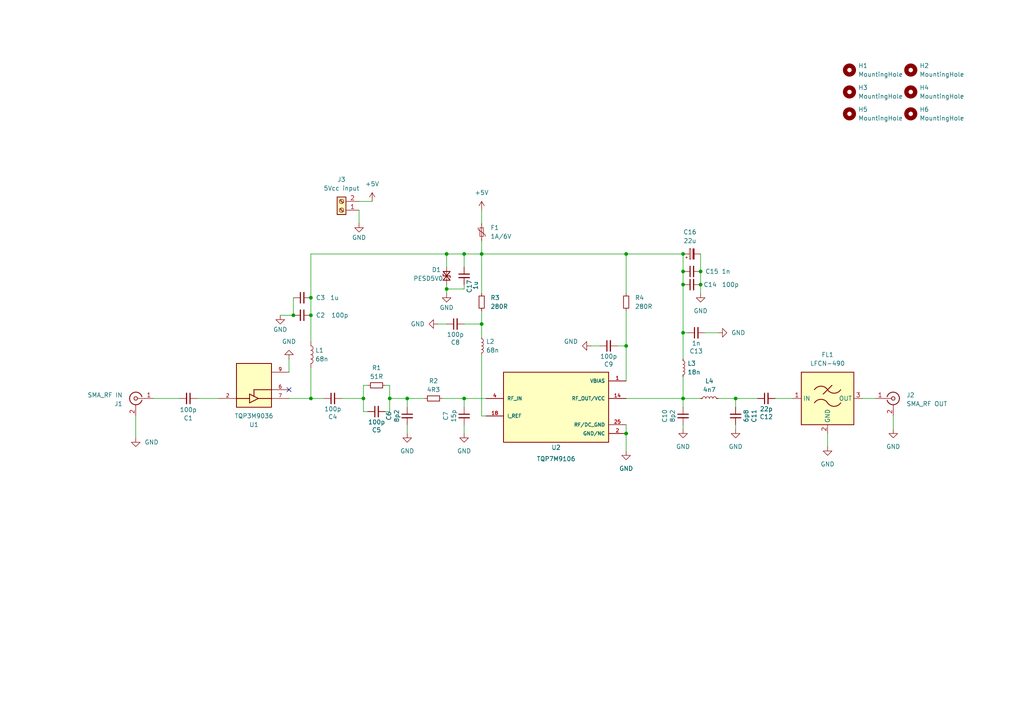
<source format=kicad_sch>
(kicad_sch
	(version 20250114)
	(generator "eeschema")
	(generator_version "9.0")
	(uuid "9e841ece-bd19-4cb2-9a9c-7f7db9f00b2a")
	(paper "A4")
	(title_block
		(title "SX1255 High Linearity Amplifier ~2W")
		(date "2026-02-25")
		(rev "V1.0")
		(company "Z32IT")
	)
	(lib_symbols
		(symbol "Connector:Conn_Coaxial"
			(pin_names
				(offset 1.016)
				(hide yes)
			)
			(exclude_from_sim no)
			(in_bom yes)
			(on_board yes)
			(property "Reference" "J"
				(at 0.254 3.048 0)
				(effects
					(font
						(size 1.27 1.27)
					)
				)
			)
			(property "Value" "Conn_Coaxial"
				(at 2.921 0 90)
				(effects
					(font
						(size 1.27 1.27)
					)
				)
			)
			(property "Footprint" ""
				(at 0 0 0)
				(effects
					(font
						(size 1.27 1.27)
					)
					(hide yes)
				)
			)
			(property "Datasheet" "~"
				(at 0 0 0)
				(effects
					(font
						(size 1.27 1.27)
					)
					(hide yes)
				)
			)
			(property "Description" "coaxial connector (BNC, SMA, SMB, SMC, Cinch/RCA, LEMO, ...)"
				(at 0 0 0)
				(effects
					(font
						(size 1.27 1.27)
					)
					(hide yes)
				)
			)
			(property "ki_keywords" "BNC SMA SMB SMC LEMO coaxial connector CINCH RCA MCX MMCX U.FL UMRF"
				(at 0 0 0)
				(effects
					(font
						(size 1.27 1.27)
					)
					(hide yes)
				)
			)
			(property "ki_fp_filters" "*BNC* *SMA* *SMB* *SMC* *Cinch* *LEMO* *UMRF* *MCX* *U.FL*"
				(at 0 0 0)
				(effects
					(font
						(size 1.27 1.27)
					)
					(hide yes)
				)
			)
			(symbol "Conn_Coaxial_0_1"
				(polyline
					(pts
						(xy -2.54 0) (xy -0.508 0)
					)
					(stroke
						(width 0)
						(type default)
					)
					(fill
						(type none)
					)
				)
				(arc
					(start 1.778 0)
					(mid 0.222 -1.8079)
					(end -1.778 -0.508)
					(stroke
						(width 0.254)
						(type default)
					)
					(fill
						(type none)
					)
				)
				(arc
					(start -1.778 0.508)
					(mid 0.2221 1.8084)
					(end 1.778 0)
					(stroke
						(width 0.254)
						(type default)
					)
					(fill
						(type none)
					)
				)
				(circle
					(center 0 0)
					(radius 0.508)
					(stroke
						(width 0.2032)
						(type default)
					)
					(fill
						(type none)
					)
				)
				(polyline
					(pts
						(xy 0 -2.54) (xy 0 -1.778)
					)
					(stroke
						(width 0)
						(type default)
					)
					(fill
						(type none)
					)
				)
			)
			(symbol "Conn_Coaxial_1_1"
				(pin passive line
					(at -5.08 0 0)
					(length 2.54)
					(name "In"
						(effects
							(font
								(size 1.27 1.27)
							)
						)
					)
					(number "1"
						(effects
							(font
								(size 1.27 1.27)
							)
						)
					)
				)
				(pin passive line
					(at 0 -5.08 90)
					(length 2.54)
					(name "Ext"
						(effects
							(font
								(size 1.27 1.27)
							)
						)
					)
					(number "2"
						(effects
							(font
								(size 1.27 1.27)
							)
						)
					)
				)
			)
			(embedded_fonts no)
		)
		(symbol "Connector:Screw_Terminal_01x02"
			(pin_names
				(offset 1.016)
				(hide yes)
			)
			(exclude_from_sim no)
			(in_bom yes)
			(on_board yes)
			(property "Reference" "J"
				(at 0 2.54 0)
				(effects
					(font
						(size 1.27 1.27)
					)
				)
			)
			(property "Value" "Screw_Terminal_01x02"
				(at 0 -5.08 0)
				(effects
					(font
						(size 1.27 1.27)
					)
				)
			)
			(property "Footprint" ""
				(at 0 0 0)
				(effects
					(font
						(size 1.27 1.27)
					)
					(hide yes)
				)
			)
			(property "Datasheet" "~"
				(at 0 0 0)
				(effects
					(font
						(size 1.27 1.27)
					)
					(hide yes)
				)
			)
			(property "Description" "Generic screw terminal, single row, 01x02, script generated (kicad-library-utils/schlib/autogen/connector/)"
				(at 0 0 0)
				(effects
					(font
						(size 1.27 1.27)
					)
					(hide yes)
				)
			)
			(property "ki_keywords" "screw terminal"
				(at 0 0 0)
				(effects
					(font
						(size 1.27 1.27)
					)
					(hide yes)
				)
			)
			(property "ki_fp_filters" "TerminalBlock*:*"
				(at 0 0 0)
				(effects
					(font
						(size 1.27 1.27)
					)
					(hide yes)
				)
			)
			(symbol "Screw_Terminal_01x02_1_1"
				(rectangle
					(start -1.27 1.27)
					(end 1.27 -3.81)
					(stroke
						(width 0.254)
						(type default)
					)
					(fill
						(type background)
					)
				)
				(polyline
					(pts
						(xy -0.5334 0.3302) (xy 0.3302 -0.508)
					)
					(stroke
						(width 0.1524)
						(type default)
					)
					(fill
						(type none)
					)
				)
				(polyline
					(pts
						(xy -0.5334 -2.2098) (xy 0.3302 -3.048)
					)
					(stroke
						(width 0.1524)
						(type default)
					)
					(fill
						(type none)
					)
				)
				(polyline
					(pts
						(xy -0.3556 0.508) (xy 0.508 -0.3302)
					)
					(stroke
						(width 0.1524)
						(type default)
					)
					(fill
						(type none)
					)
				)
				(polyline
					(pts
						(xy -0.3556 -2.032) (xy 0.508 -2.8702)
					)
					(stroke
						(width 0.1524)
						(type default)
					)
					(fill
						(type none)
					)
				)
				(circle
					(center 0 0)
					(radius 0.635)
					(stroke
						(width 0.1524)
						(type default)
					)
					(fill
						(type none)
					)
				)
				(circle
					(center 0 -2.54)
					(radius 0.635)
					(stroke
						(width 0.1524)
						(type default)
					)
					(fill
						(type none)
					)
				)
				(pin passive line
					(at -5.08 0 0)
					(length 3.81)
					(name "Pin_1"
						(effects
							(font
								(size 1.27 1.27)
							)
						)
					)
					(number "1"
						(effects
							(font
								(size 1.27 1.27)
							)
						)
					)
				)
				(pin passive line
					(at -5.08 -2.54 0)
					(length 3.81)
					(name "Pin_2"
						(effects
							(font
								(size 1.27 1.27)
							)
						)
					)
					(number "2"
						(effects
							(font
								(size 1.27 1.27)
							)
						)
					)
				)
			)
			(embedded_fonts no)
		)
		(symbol "Device:C_Polarized_Small"
			(pin_numbers
				(hide yes)
			)
			(pin_names
				(offset 0.254)
				(hide yes)
			)
			(exclude_from_sim no)
			(in_bom yes)
			(on_board yes)
			(property "Reference" "C"
				(at 0.254 1.778 0)
				(effects
					(font
						(size 1.27 1.27)
					)
					(justify left)
				)
			)
			(property "Value" "C_Polarized_Small"
				(at 0.254 -2.032 0)
				(effects
					(font
						(size 1.27 1.27)
					)
					(justify left)
				)
			)
			(property "Footprint" ""
				(at 0 0 0)
				(effects
					(font
						(size 1.27 1.27)
					)
					(hide yes)
				)
			)
			(property "Datasheet" "~"
				(at 0 0 0)
				(effects
					(font
						(size 1.27 1.27)
					)
					(hide yes)
				)
			)
			(property "Description" "Polarized capacitor, small symbol"
				(at 0 0 0)
				(effects
					(font
						(size 1.27 1.27)
					)
					(hide yes)
				)
			)
			(property "ki_keywords" "cap capacitor"
				(at 0 0 0)
				(effects
					(font
						(size 1.27 1.27)
					)
					(hide yes)
				)
			)
			(property "ki_fp_filters" "CP_*"
				(at 0 0 0)
				(effects
					(font
						(size 1.27 1.27)
					)
					(hide yes)
				)
			)
			(symbol "C_Polarized_Small_0_1"
				(rectangle
					(start -1.524 0.6858)
					(end 1.524 0.3048)
					(stroke
						(width 0)
						(type default)
					)
					(fill
						(type none)
					)
				)
				(rectangle
					(start -1.524 -0.3048)
					(end 1.524 -0.6858)
					(stroke
						(width 0)
						(type default)
					)
					(fill
						(type outline)
					)
				)
				(polyline
					(pts
						(xy -1.27 1.524) (xy -0.762 1.524)
					)
					(stroke
						(width 0)
						(type default)
					)
					(fill
						(type none)
					)
				)
				(polyline
					(pts
						(xy -1.016 1.27) (xy -1.016 1.778)
					)
					(stroke
						(width 0)
						(type default)
					)
					(fill
						(type none)
					)
				)
			)
			(symbol "C_Polarized_Small_1_1"
				(pin passive line
					(at 0 2.54 270)
					(length 1.8542)
					(name "~"
						(effects
							(font
								(size 1.27 1.27)
							)
						)
					)
					(number "1"
						(effects
							(font
								(size 1.27 1.27)
							)
						)
					)
				)
				(pin passive line
					(at 0 -2.54 90)
					(length 1.8542)
					(name "~"
						(effects
							(font
								(size 1.27 1.27)
							)
						)
					)
					(number "2"
						(effects
							(font
								(size 1.27 1.27)
							)
						)
					)
				)
			)
			(embedded_fonts no)
		)
		(symbol "Device:C_Small"
			(pin_numbers
				(hide yes)
			)
			(pin_names
				(offset 0.254)
				(hide yes)
			)
			(exclude_from_sim no)
			(in_bom yes)
			(on_board yes)
			(property "Reference" "C"
				(at 0.254 1.778 0)
				(effects
					(font
						(size 1.27 1.27)
					)
					(justify left)
				)
			)
			(property "Value" "C_Small"
				(at 0.254 -2.032 0)
				(effects
					(font
						(size 1.27 1.27)
					)
					(justify left)
				)
			)
			(property "Footprint" ""
				(at 0 0 0)
				(effects
					(font
						(size 1.27 1.27)
					)
					(hide yes)
				)
			)
			(property "Datasheet" "~"
				(at 0 0 0)
				(effects
					(font
						(size 1.27 1.27)
					)
					(hide yes)
				)
			)
			(property "Description" "Unpolarized capacitor, small symbol"
				(at 0 0 0)
				(effects
					(font
						(size 1.27 1.27)
					)
					(hide yes)
				)
			)
			(property "ki_keywords" "capacitor cap"
				(at 0 0 0)
				(effects
					(font
						(size 1.27 1.27)
					)
					(hide yes)
				)
			)
			(property "ki_fp_filters" "C_*"
				(at 0 0 0)
				(effects
					(font
						(size 1.27 1.27)
					)
					(hide yes)
				)
			)
			(symbol "C_Small_0_1"
				(polyline
					(pts
						(xy -1.524 0.508) (xy 1.524 0.508)
					)
					(stroke
						(width 0.3048)
						(type default)
					)
					(fill
						(type none)
					)
				)
				(polyline
					(pts
						(xy -1.524 -0.508) (xy 1.524 -0.508)
					)
					(stroke
						(width 0.3302)
						(type default)
					)
					(fill
						(type none)
					)
				)
			)
			(symbol "C_Small_1_1"
				(pin passive line
					(at 0 2.54 270)
					(length 2.032)
					(name "~"
						(effects
							(font
								(size 1.27 1.27)
							)
						)
					)
					(number "1"
						(effects
							(font
								(size 1.27 1.27)
							)
						)
					)
				)
				(pin passive line
					(at 0 -2.54 90)
					(length 2.032)
					(name "~"
						(effects
							(font
								(size 1.27 1.27)
							)
						)
					)
					(number "2"
						(effects
							(font
								(size 1.27 1.27)
							)
						)
					)
				)
			)
			(embedded_fonts no)
		)
		(symbol "Device:D_TVS_Small"
			(pin_numbers
				(hide yes)
			)
			(pin_names
				(offset 1.016)
				(hide yes)
			)
			(exclude_from_sim no)
			(in_bom yes)
			(on_board yes)
			(property "Reference" "D"
				(at 0 2.54 0)
				(effects
					(font
						(size 1.27 1.27)
					)
				)
			)
			(property "Value" "D_TVS_Small"
				(at 0 -2.54 0)
				(effects
					(font
						(size 1.27 1.27)
					)
				)
			)
			(property "Footprint" ""
				(at 0 0 0)
				(effects
					(font
						(size 1.27 1.27)
					)
					(hide yes)
				)
			)
			(property "Datasheet" "~"
				(at 0 0 0)
				(effects
					(font
						(size 1.27 1.27)
					)
					(hide yes)
				)
			)
			(property "Description" "Bidirectional transient-voltage-suppression diode, small symbol"
				(at 0 0 0)
				(effects
					(font
						(size 1.27 1.27)
					)
					(hide yes)
				)
			)
			(property "ki_keywords" "diode TVS thyrector"
				(at 0 0 0)
				(effects
					(font
						(size 1.27 1.27)
					)
					(hide yes)
				)
			)
			(property "ki_fp_filters" "TO-???* *_Diode_* *SingleDiode* D_*"
				(at 0 0 0)
				(effects
					(font
						(size 1.27 1.27)
					)
					(hide yes)
				)
			)
			(symbol "D_TVS_Small_0_1"
				(polyline
					(pts
						(xy -1.27 1.016) (xy -1.27 -1.016) (xy 1.27 1.016) (xy 1.27 -1.016) (xy -1.27 1.016)
					)
					(stroke
						(width 0.254)
						(type default)
					)
					(fill
						(type none)
					)
				)
				(polyline
					(pts
						(xy -1.27 0) (xy 1.27 0)
					)
					(stroke
						(width 0)
						(type default)
					)
					(fill
						(type none)
					)
				)
				(polyline
					(pts
						(xy 0.508 1.016) (xy 0 1.016) (xy 0 -1.016) (xy -0.508 -1.016)
					)
					(stroke
						(width 0.254)
						(type default)
					)
					(fill
						(type none)
					)
				)
			)
			(symbol "D_TVS_Small_1_1"
				(pin passive line
					(at -2.54 0 0)
					(length 1.27)
					(name "A1"
						(effects
							(font
								(size 1.27 1.27)
							)
						)
					)
					(number "1"
						(effects
							(font
								(size 1.27 1.27)
							)
						)
					)
				)
				(pin passive line
					(at 2.54 0 180)
					(length 1.27)
					(name "A2"
						(effects
							(font
								(size 1.27 1.27)
							)
						)
					)
					(number "2"
						(effects
							(font
								(size 1.27 1.27)
							)
						)
					)
				)
			)
			(embedded_fonts no)
		)
		(symbol "Device:L"
			(pin_numbers
				(hide yes)
			)
			(pin_names
				(offset 1.016)
				(hide yes)
			)
			(exclude_from_sim no)
			(in_bom yes)
			(on_board yes)
			(property "Reference" "L"
				(at -1.27 0 90)
				(effects
					(font
						(size 1.27 1.27)
					)
				)
			)
			(property "Value" "L"
				(at 1.905 0 90)
				(effects
					(font
						(size 1.27 1.27)
					)
				)
			)
			(property "Footprint" ""
				(at 0 0 0)
				(effects
					(font
						(size 1.27 1.27)
					)
					(hide yes)
				)
			)
			(property "Datasheet" "~"
				(at 0 0 0)
				(effects
					(font
						(size 1.27 1.27)
					)
					(hide yes)
				)
			)
			(property "Description" "Inductor"
				(at 0 0 0)
				(effects
					(font
						(size 1.27 1.27)
					)
					(hide yes)
				)
			)
			(property "ki_keywords" "inductor choke coil reactor magnetic"
				(at 0 0 0)
				(effects
					(font
						(size 1.27 1.27)
					)
					(hide yes)
				)
			)
			(property "ki_fp_filters" "Choke_* *Coil* Inductor_* L_*"
				(at 0 0 0)
				(effects
					(font
						(size 1.27 1.27)
					)
					(hide yes)
				)
			)
			(symbol "L_0_1"
				(arc
					(start 0 2.54)
					(mid 0.6323 1.905)
					(end 0 1.27)
					(stroke
						(width 0)
						(type default)
					)
					(fill
						(type none)
					)
				)
				(arc
					(start 0 1.27)
					(mid 0.6323 0.635)
					(end 0 0)
					(stroke
						(width 0)
						(type default)
					)
					(fill
						(type none)
					)
				)
				(arc
					(start 0 0)
					(mid 0.6323 -0.635)
					(end 0 -1.27)
					(stroke
						(width 0)
						(type default)
					)
					(fill
						(type none)
					)
				)
				(arc
					(start 0 -1.27)
					(mid 0.6323 -1.905)
					(end 0 -2.54)
					(stroke
						(width 0)
						(type default)
					)
					(fill
						(type none)
					)
				)
			)
			(symbol "L_1_1"
				(pin passive line
					(at 0 3.81 270)
					(length 1.27)
					(name "1"
						(effects
							(font
								(size 1.27 1.27)
							)
						)
					)
					(number "1"
						(effects
							(font
								(size 1.27 1.27)
							)
						)
					)
				)
				(pin passive line
					(at 0 -3.81 90)
					(length 1.27)
					(name "2"
						(effects
							(font
								(size 1.27 1.27)
							)
						)
					)
					(number "2"
						(effects
							(font
								(size 1.27 1.27)
							)
						)
					)
				)
			)
			(embedded_fonts no)
		)
		(symbol "Device:L_Small"
			(pin_numbers
				(hide yes)
			)
			(pin_names
				(offset 0.254)
				(hide yes)
			)
			(exclude_from_sim no)
			(in_bom yes)
			(on_board yes)
			(property "Reference" "L"
				(at 0.762 1.016 0)
				(effects
					(font
						(size 1.27 1.27)
					)
					(justify left)
				)
			)
			(property "Value" "L_Small"
				(at 0.762 -1.016 0)
				(effects
					(font
						(size 1.27 1.27)
					)
					(justify left)
				)
			)
			(property "Footprint" ""
				(at 0 0 0)
				(effects
					(font
						(size 1.27 1.27)
					)
					(hide yes)
				)
			)
			(property "Datasheet" "~"
				(at 0 0 0)
				(effects
					(font
						(size 1.27 1.27)
					)
					(hide yes)
				)
			)
			(property "Description" "Inductor, small symbol"
				(at 0 0 0)
				(effects
					(font
						(size 1.27 1.27)
					)
					(hide yes)
				)
			)
			(property "ki_keywords" "inductor choke coil reactor magnetic"
				(at 0 0 0)
				(effects
					(font
						(size 1.27 1.27)
					)
					(hide yes)
				)
			)
			(property "ki_fp_filters" "Choke_* *Coil* Inductor_* L_*"
				(at 0 0 0)
				(effects
					(font
						(size 1.27 1.27)
					)
					(hide yes)
				)
			)
			(symbol "L_Small_0_1"
				(arc
					(start 0 2.032)
					(mid 0.5058 1.524)
					(end 0 1.016)
					(stroke
						(width 0)
						(type default)
					)
					(fill
						(type none)
					)
				)
				(arc
					(start 0 1.016)
					(mid 0.5058 0.508)
					(end 0 0)
					(stroke
						(width 0)
						(type default)
					)
					(fill
						(type none)
					)
				)
				(arc
					(start 0 0)
					(mid 0.5058 -0.508)
					(end 0 -1.016)
					(stroke
						(width 0)
						(type default)
					)
					(fill
						(type none)
					)
				)
				(arc
					(start 0 -1.016)
					(mid 0.5058 -1.524)
					(end 0 -2.032)
					(stroke
						(width 0)
						(type default)
					)
					(fill
						(type none)
					)
				)
			)
			(symbol "L_Small_1_1"
				(pin passive line
					(at 0 2.54 270)
					(length 0.508)
					(name "~"
						(effects
							(font
								(size 1.27 1.27)
							)
						)
					)
					(number "1"
						(effects
							(font
								(size 1.27 1.27)
							)
						)
					)
				)
				(pin passive line
					(at 0 -2.54 90)
					(length 0.508)
					(name "~"
						(effects
							(font
								(size 1.27 1.27)
							)
						)
					)
					(number "2"
						(effects
							(font
								(size 1.27 1.27)
							)
						)
					)
				)
			)
			(embedded_fonts no)
		)
		(symbol "Device:Polyfuse_Small"
			(pin_numbers
				(hide yes)
			)
			(pin_names
				(offset 0)
			)
			(exclude_from_sim no)
			(in_bom yes)
			(on_board yes)
			(property "Reference" "F"
				(at -1.905 0 90)
				(effects
					(font
						(size 1.27 1.27)
					)
				)
			)
			(property "Value" "Polyfuse_Small"
				(at 1.905 0 90)
				(effects
					(font
						(size 1.27 1.27)
					)
				)
			)
			(property "Footprint" ""
				(at 1.27 -5.08 0)
				(effects
					(font
						(size 1.27 1.27)
					)
					(justify left)
					(hide yes)
				)
			)
			(property "Datasheet" "~"
				(at 0 0 0)
				(effects
					(font
						(size 1.27 1.27)
					)
					(hide yes)
				)
			)
			(property "Description" "Resettable fuse, polymeric positive temperature coefficient, small symbol"
				(at 0 0 0)
				(effects
					(font
						(size 1.27 1.27)
					)
					(hide yes)
				)
			)
			(property "ki_keywords" "resettable fuse PTC PPTC polyfuse polyswitch"
				(at 0 0 0)
				(effects
					(font
						(size 1.27 1.27)
					)
					(hide yes)
				)
			)
			(property "ki_fp_filters" "*polyfuse* *PTC*"
				(at 0 0 0)
				(effects
					(font
						(size 1.27 1.27)
					)
					(hide yes)
				)
			)
			(symbol "Polyfuse_Small_0_1"
				(polyline
					(pts
						(xy -1.016 1.27) (xy -1.016 0.762) (xy 1.016 -0.762) (xy 1.016 -1.27)
					)
					(stroke
						(width 0)
						(type default)
					)
					(fill
						(type none)
					)
				)
				(rectangle
					(start -0.508 1.27)
					(end 0.508 -1.27)
					(stroke
						(width 0)
						(type default)
					)
					(fill
						(type none)
					)
				)
				(polyline
					(pts
						(xy 0 2.54) (xy 0 -2.54)
					)
					(stroke
						(width 0)
						(type default)
					)
					(fill
						(type none)
					)
				)
			)
			(symbol "Polyfuse_Small_1_1"
				(pin passive line
					(at 0 2.54 270)
					(length 0.635)
					(name "~"
						(effects
							(font
								(size 1.27 1.27)
							)
						)
					)
					(number "1"
						(effects
							(font
								(size 1.27 1.27)
							)
						)
					)
				)
				(pin passive line
					(at 0 -2.54 90)
					(length 0.635)
					(name "~"
						(effects
							(font
								(size 1.27 1.27)
							)
						)
					)
					(number "2"
						(effects
							(font
								(size 1.27 1.27)
							)
						)
					)
				)
			)
			(embedded_fonts no)
		)
		(symbol "Device:R_Small"
			(pin_numbers
				(hide yes)
			)
			(pin_names
				(offset 0.254)
				(hide yes)
			)
			(exclude_from_sim no)
			(in_bom yes)
			(on_board yes)
			(property "Reference" "R"
				(at 0.762 0.508 0)
				(effects
					(font
						(size 1.27 1.27)
					)
					(justify left)
				)
			)
			(property "Value" "R_Small"
				(at 0.762 -1.016 0)
				(effects
					(font
						(size 1.27 1.27)
					)
					(justify left)
				)
			)
			(property "Footprint" ""
				(at 0 0 0)
				(effects
					(font
						(size 1.27 1.27)
					)
					(hide yes)
				)
			)
			(property "Datasheet" "~"
				(at 0 0 0)
				(effects
					(font
						(size 1.27 1.27)
					)
					(hide yes)
				)
			)
			(property "Description" "Resistor, small symbol"
				(at 0 0 0)
				(effects
					(font
						(size 1.27 1.27)
					)
					(hide yes)
				)
			)
			(property "ki_keywords" "R resistor"
				(at 0 0 0)
				(effects
					(font
						(size 1.27 1.27)
					)
					(hide yes)
				)
			)
			(property "ki_fp_filters" "R_*"
				(at 0 0 0)
				(effects
					(font
						(size 1.27 1.27)
					)
					(hide yes)
				)
			)
			(symbol "R_Small_0_1"
				(rectangle
					(start -0.762 1.778)
					(end 0.762 -1.778)
					(stroke
						(width 0.2032)
						(type default)
					)
					(fill
						(type none)
					)
				)
			)
			(symbol "R_Small_1_1"
				(pin passive line
					(at 0 2.54 270)
					(length 0.762)
					(name "~"
						(effects
							(font
								(size 1.27 1.27)
							)
						)
					)
					(number "1"
						(effects
							(font
								(size 1.27 1.27)
							)
						)
					)
				)
				(pin passive line
					(at 0 -2.54 90)
					(length 0.762)
					(name "~"
						(effects
							(font
								(size 1.27 1.27)
							)
						)
					)
					(number "2"
						(effects
							(font
								(size 1.27 1.27)
							)
						)
					)
				)
			)
			(embedded_fonts no)
		)
		(symbol "Mechanical:MountingHole"
			(pin_names
				(offset 1.016)
			)
			(exclude_from_sim yes)
			(in_bom no)
			(on_board yes)
			(property "Reference" "H"
				(at 0 5.08 0)
				(effects
					(font
						(size 1.27 1.27)
					)
				)
			)
			(property "Value" "MountingHole"
				(at 0 3.175 0)
				(effects
					(font
						(size 1.27 1.27)
					)
				)
			)
			(property "Footprint" ""
				(at 0 0 0)
				(effects
					(font
						(size 1.27 1.27)
					)
					(hide yes)
				)
			)
			(property "Datasheet" "~"
				(at 0 0 0)
				(effects
					(font
						(size 1.27 1.27)
					)
					(hide yes)
				)
			)
			(property "Description" "Mounting Hole without connection"
				(at 0 0 0)
				(effects
					(font
						(size 1.27 1.27)
					)
					(hide yes)
				)
			)
			(property "ki_keywords" "mounting hole"
				(at 0 0 0)
				(effects
					(font
						(size 1.27 1.27)
					)
					(hide yes)
				)
			)
			(property "ki_fp_filters" "MountingHole*"
				(at 0 0 0)
				(effects
					(font
						(size 1.27 1.27)
					)
					(hide yes)
				)
			)
			(symbol "MountingHole_0_1"
				(circle
					(center 0 0)
					(radius 1.27)
					(stroke
						(width 1.27)
						(type default)
					)
					(fill
						(type none)
					)
				)
			)
			(embedded_fonts no)
		)
		(symbol "PCM_4ms_Power-symbol:+5V"
			(power)
			(pin_names
				(offset 0)
			)
			(exclude_from_sim no)
			(in_bom yes)
			(on_board yes)
			(property "Reference" "#PWR"
				(at 0 -3.81 0)
				(effects
					(font
						(size 1.27 1.27)
					)
					(hide yes)
				)
			)
			(property "Value" "+5V"
				(at 0 3.556 0)
				(effects
					(font
						(size 1.27 1.27)
					)
				)
			)
			(property "Footprint" ""
				(at 0 0 0)
				(effects
					(font
						(size 1.27 1.27)
					)
					(hide yes)
				)
			)
			(property "Datasheet" ""
				(at 0 0 0)
				(effects
					(font
						(size 1.27 1.27)
					)
					(hide yes)
				)
			)
			(property "Description" ""
				(at 0 0 0)
				(effects
					(font
						(size 1.27 1.27)
					)
					(hide yes)
				)
			)
			(symbol "+5V_0_1"
				(polyline
					(pts
						(xy -0.762 1.27) (xy 0 2.54)
					)
					(stroke
						(width 0)
						(type default)
					)
					(fill
						(type none)
					)
				)
				(polyline
					(pts
						(xy 0 2.54) (xy 0.762 1.27)
					)
					(stroke
						(width 0)
						(type default)
					)
					(fill
						(type none)
					)
				)
				(polyline
					(pts
						(xy 0 0) (xy 0 2.54)
					)
					(stroke
						(width 0)
						(type default)
					)
					(fill
						(type none)
					)
				)
			)
			(symbol "+5V_1_1"
				(pin power_in line
					(at 0 0 90)
					(length 0)
					(hide yes)
					(name "+5V"
						(effects
							(font
								(size 1.27 1.27)
							)
						)
					)
					(number "1"
						(effects
							(font
								(size 1.27 1.27)
							)
						)
					)
				)
			)
			(embedded_fonts no)
		)
		(symbol "PCM_4ms_Power-symbol:GND"
			(power)
			(pin_names
				(offset 0)
			)
			(exclude_from_sim no)
			(in_bom yes)
			(on_board yes)
			(property "Reference" "#PWR"
				(at 0 -6.35 0)
				(effects
					(font
						(size 1.27 1.27)
					)
					(hide yes)
				)
			)
			(property "Value" "GND"
				(at 0 -3.81 0)
				(effects
					(font
						(size 1.27 1.27)
					)
				)
			)
			(property "Footprint" ""
				(at 0 0 0)
				(effects
					(font
						(size 1.27 1.27)
					)
					(hide yes)
				)
			)
			(property "Datasheet" ""
				(at 0 0 0)
				(effects
					(font
						(size 1.27 1.27)
					)
					(hide yes)
				)
			)
			(property "Description" ""
				(at 0 0 0)
				(effects
					(font
						(size 1.27 1.27)
					)
					(hide yes)
				)
			)
			(symbol "GND_0_1"
				(polyline
					(pts
						(xy 0 0) (xy 0 -1.27) (xy 1.27 -1.27) (xy 0 -2.54) (xy -1.27 -1.27) (xy 0 -1.27)
					)
					(stroke
						(width 0)
						(type default)
					)
					(fill
						(type none)
					)
				)
			)
			(symbol "GND_1_1"
				(pin power_in line
					(at 0 0 270)
					(length 0)
					(hide yes)
					(name "GND"
						(effects
							(font
								(size 1.27 1.27)
							)
						)
					)
					(number "1"
						(effects
							(font
								(size 1.27 1.27)
							)
						)
					)
				)
			)
			(embedded_fonts no)
		)
		(symbol "RF_Filter:LFCN-490"
			(exclude_from_sim no)
			(in_bom yes)
			(on_board yes)
			(property "Reference" "FL"
				(at 0 10.795 0)
				(effects
					(font
						(size 1.27 1.27)
					)
				)
			)
			(property "Value" "LFCN-490"
				(at 0 8.89 0)
				(effects
					(font
						(size 1.27 1.27)
					)
				)
			)
			(property "Footprint" "Filter:Filter_Mini-Circuits_FV1206"
				(at 0 12.7 0)
				(effects
					(font
						(size 1.27 1.27)
					)
					(hide yes)
				)
			)
			(property "Datasheet" "https://www.minicircuits.com/pdfs/LFCN-490+.pdf"
				(at 0 0 0)
				(effects
					(font
						(size 1.27 1.27)
					)
					(hide yes)
				)
			)
			(property "Description" "490MHz 50 Ohm Passive Low Pass Filter, FV1206"
				(at 0 0 0)
				(effects
					(font
						(size 1.27 1.27)
					)
					(hide yes)
				)
			)
			(property "ki_keywords" "Mini-Circuits low pass filter"
				(at 0 0 0)
				(effects
					(font
						(size 1.27 1.27)
					)
					(hide yes)
				)
			)
			(property "ki_fp_filters" "Filter*Mini?Circuits*FV1206*"
				(at 0 0 0)
				(effects
					(font
						(size 1.27 1.27)
					)
					(hide yes)
				)
			)
			(symbol "LFCN-490_0_1"
				(rectangle
					(start -7.62 7.62)
					(end 7.62 -7.62)
					(stroke
						(width 0.254)
						(type default)
					)
					(fill
						(type background)
					)
				)
				(arc
					(start -3.81 2.54)
					(mid -1.905 3.5595)
					(end 0 2.54)
					(stroke
						(width 0.254)
						(type default)
					)
					(fill
						(type none)
					)
				)
				(arc
					(start -3.81 -1.27)
					(mid -1.905 -0.2505)
					(end 0 -1.27)
					(stroke
						(width 0.254)
						(type default)
					)
					(fill
						(type none)
					)
				)
				(polyline
					(pts
						(xy -1.27 1.27) (xy 1.27 3.81)
					)
					(stroke
						(width 0.254)
						(type default)
					)
					(fill
						(type none)
					)
				)
				(arc
					(start 3.81 2.54)
					(mid 1.905 1.5205)
					(end 0 2.54)
					(stroke
						(width 0.254)
						(type default)
					)
					(fill
						(type none)
					)
				)
				(arc
					(start 3.81 -1.27)
					(mid 1.905 -2.2895)
					(end 0 -1.27)
					(stroke
						(width 0.254)
						(type default)
					)
					(fill
						(type none)
					)
				)
			)
			(symbol "LFCN-490_1_1"
				(pin passive line
					(at -10.16 0 0)
					(length 2.54)
					(name "IN"
						(effects
							(font
								(size 1.27 1.27)
							)
						)
					)
					(number "1"
						(effects
							(font
								(size 1.27 1.27)
							)
						)
					)
				)
				(pin passive line
					(at 0 -10.16 90)
					(length 2.54)
					(name "GND"
						(effects
							(font
								(size 1.27 1.27)
							)
						)
					)
					(number "2"
						(effects
							(font
								(size 1.27 1.27)
							)
						)
					)
				)
				(pin passive line
					(at 0 -10.16 90)
					(length 2.54)
					(hide yes)
					(name "GND"
						(effects
							(font
								(size 1.27 1.27)
							)
						)
					)
					(number "4"
						(effects
							(font
								(size 1.27 1.27)
							)
						)
					)
				)
				(pin passive line
					(at 10.16 0 180)
					(length 2.54)
					(name "OUT"
						(effects
							(font
								(size 1.27 1.27)
							)
						)
					)
					(number "3"
						(effects
							(font
								(size 1.27 1.27)
							)
						)
					)
				)
			)
			(embedded_fonts no)
		)
		(symbol "TQP3M9036:TQP3M9036"
			(pin_names
				(offset 1.016)
			)
			(exclude_from_sim no)
			(in_bom yes)
			(on_board yes)
			(property "Reference" "U"
				(at -5.08 5.842 0)
				(effects
					(font
						(size 1.27 1.27)
					)
					(justify left bottom)
				)
			)
			(property "Value" "TQP3M9036"
				(at -5.08 -10.16 0)
				(effects
					(font
						(size 1.27 1.27)
					)
					(justify left bottom)
				)
			)
			(property "Footprint" "TQP3M9036:SON50P200X200X95-9N"
				(at 0 0 0)
				(effects
					(font
						(size 1.27 1.27)
					)
					(justify bottom)
					(hide yes)
				)
			)
			(property "Datasheet" ""
				(at 0 0 0)
				(effects
					(font
						(size 1.27 1.27)
					)
					(hide yes)
				)
			)
			(property "Description" ""
				(at 0 0 0)
				(effects
					(font
						(size 1.27 1.27)
					)
					(hide yes)
				)
			)
			(property "MF" "Qorvo"
				(at 0 0 0)
				(effects
					(font
						(size 1.27 1.27)
					)
					(justify bottom)
					(hide yes)
				)
			)
			(property "MAXIMUM_PACKAGE_HEIGHT" "0.95mm"
				(at 0 0 0)
				(effects
					(font
						(size 1.27 1.27)
					)
					(justify bottom)
					(hide yes)
				)
			)
			(property "Package" "DFN-8 Qorvo"
				(at 0 0 0)
				(effects
					(font
						(size 1.27 1.27)
					)
					(justify bottom)
					(hide yes)
				)
			)
			(property "Price" "None"
				(at 0 0 0)
				(effects
					(font
						(size 1.27 1.27)
					)
					(justify bottom)
					(hide yes)
				)
			)
			(property "Check_prices" "https://www.snapeda.com/parts/TQP3M9036/Qorvo/view-part/?ref=eda"
				(at 0 0 0)
				(effects
					(font
						(size 1.27 1.27)
					)
					(justify bottom)
					(hide yes)
				)
			)
			(property "STANDARD" "IPC-7351B"
				(at 0 0 0)
				(effects
					(font
						(size 1.27 1.27)
					)
					(justify bottom)
					(hide yes)
				)
			)
			(property "PARTREV" "N/A"
				(at 0 0 0)
				(effects
					(font
						(size 1.27 1.27)
					)
					(justify bottom)
					(hide yes)
				)
			)
			(property "SnapEDA_Link" "https://www.snapeda.com/parts/TQP3M9036/Qorvo/view-part/?ref=snap"
				(at 0 0 0)
				(effects
					(font
						(size 1.27 1.27)
					)
					(justify bottom)
					(hide yes)
				)
			)
			(property "MP" "TQP3M9036"
				(at 0 0 0)
				(effects
					(font
						(size 1.27 1.27)
					)
					(justify bottom)
					(hide yes)
				)
			)
			(property "Description_1" "RF Amp Chip Single GP 2GHz 5.25V 8-Pin DFN EP T/R"
				(at 0 0 0)
				(effects
					(font
						(size 1.27 1.27)
					)
					(justify bottom)
					(hide yes)
				)
			)
			(property "Availability" "In Stock"
				(at 0 0 0)
				(effects
					(font
						(size 1.27 1.27)
					)
					(justify bottom)
					(hide yes)
				)
			)
			(property "MANUFACTURER" "Qorvo"
				(at 0 0 0)
				(effects
					(font
						(size 1.27 1.27)
					)
					(justify bottom)
					(hide yes)
				)
			)
			(symbol "TQP3M9036_0_0"
				(polyline
					(pts
						(xy -5.08 2.54) (xy -1.27 2.54)
					)
					(stroke
						(width 0.254)
						(type default)
					)
					(fill
						(type none)
					)
				)
				(rectangle
					(start -5.08 -7.62)
					(end 5.08 5.08)
					(stroke
						(width 0.254)
						(type default)
					)
					(fill
						(type background)
					)
				)
				(polyline
					(pts
						(xy -1.27 3.81) (xy -1.27 2.54)
					)
					(stroke
						(width 0.254)
						(type default)
					)
					(fill
						(type none)
					)
				)
				(polyline
					(pts
						(xy -1.27 2.54) (xy -1.27 1.27)
					)
					(stroke
						(width 0.254)
						(type default)
					)
					(fill
						(type none)
					)
				)
				(polyline
					(pts
						(xy -1.27 1.27) (xy 0 1.905)
					)
					(stroke
						(width 0.254)
						(type default)
					)
					(fill
						(type none)
					)
				)
				(polyline
					(pts
						(xy 0 1.905) (xy 1.27 2.54)
					)
					(stroke
						(width 0.254)
						(type default)
					)
					(fill
						(type none)
					)
				)
				(polyline
					(pts
						(xy 0 0) (xy 0 1.905)
					)
					(stroke
						(width 0.254)
						(type default)
					)
					(fill
						(type none)
					)
				)
				(polyline
					(pts
						(xy 1.27 2.54) (xy -1.27 3.81)
					)
					(stroke
						(width 0.254)
						(type default)
					)
					(fill
						(type none)
					)
				)
				(polyline
					(pts
						(xy 1.27 2.54) (xy 5.08 2.54)
					)
					(stroke
						(width 0.254)
						(type default)
					)
					(fill
						(type none)
					)
				)
				(polyline
					(pts
						(xy 5.08 0) (xy 0 0)
					)
					(stroke
						(width 0.254)
						(type default)
					)
					(fill
						(type none)
					)
				)
				(pin input line
					(at -10.16 2.54 0)
					(length 5.08)
					(name "~"
						(effects
							(font
								(size 1.016 1.016)
							)
						)
					)
					(number "2"
						(effects
							(font
								(size 1.016 1.016)
							)
						)
					)
				)
				(pin output line
					(at 10.16 2.54 180)
					(length 5.08)
					(name "~"
						(effects
							(font
								(size 1.016 1.016)
							)
						)
					)
					(number "7"
						(effects
							(font
								(size 1.016 1.016)
							)
						)
					)
				)
				(pin passive line
					(at 10.16 0 180)
					(length 5.08)
					(name "~"
						(effects
							(font
								(size 1.016 1.016)
							)
						)
					)
					(number "6"
						(effects
							(font
								(size 1.016 1.016)
							)
						)
					)
				)
				(pin power_in line
					(at 10.16 -5.08 180)
					(length 5.08)
					(name "~"
						(effects
							(font
								(size 1.016 1.016)
							)
						)
					)
					(number "9"
						(effects
							(font
								(size 1.016 1.016)
							)
						)
					)
				)
				(pin power_in line
					(at 10.16 -5.08 180)
					(length 5.08)
					(hide yes)
					(name "~"
						(effects
							(font
								(size 1.016 1.016)
							)
						)
					)
					(number "V1"
						(effects
							(font
								(size 1.016 1.016)
							)
						)
					)
				)
				(pin power_in line
					(at 10.16 -5.08 180)
					(length 5.08)
					(hide yes)
					(name "~"
						(effects
							(font
								(size 1.016 1.016)
							)
						)
					)
					(number "V2"
						(effects
							(font
								(size 1.016 1.016)
							)
						)
					)
				)
				(pin power_in line
					(at 10.16 -5.08 180)
					(length 5.08)
					(hide yes)
					(name "~"
						(effects
							(font
								(size 1.016 1.016)
							)
						)
					)
					(number "V3"
						(effects
							(font
								(size 1.016 1.016)
							)
						)
					)
				)
			)
			(embedded_fonts no)
		)
		(symbol "TQP7M9106:TQP7M9106"
			(pin_names
				(offset 1.016)
			)
			(exclude_from_sim no)
			(in_bom yes)
			(on_board yes)
			(property "Reference" "U"
				(at -15.24 10.668 0)
				(effects
					(font
						(size 1.27 1.27)
					)
					(justify left bottom)
				)
			)
			(property "Value" "TQP7M9106"
				(at -15.24 -12.7 0)
				(effects
					(font
						(size 1.27 1.27)
					)
					(justify left bottom)
				)
			)
			(property "Footprint" "TQP7M9106:QFN50P400X400X90-25N"
				(at 0 0 0)
				(effects
					(font
						(size 1.27 1.27)
					)
					(justify bottom)
					(hide yes)
				)
			)
			(property "Datasheet" ""
				(at 0 0 0)
				(effects
					(font
						(size 1.27 1.27)
					)
					(hide yes)
				)
			)
			(property "Description" ""
				(at 0 0 0)
				(effects
					(font
						(size 1.27 1.27)
					)
					(hide yes)
				)
			)
			(property "MF" "Qorvo"
				(at 0 0 0)
				(effects
					(font
						(size 1.27 1.27)
					)
					(justify bottom)
					(hide yes)
				)
			)
			(property "MAXIMUM_PACKAGE_HEIGHT" "0.9 mm"
				(at 0 0 0)
				(effects
					(font
						(size 1.27 1.27)
					)
					(justify bottom)
					(hide yes)
				)
			)
			(property "Package" "QFN-24 Qorvo"
				(at 0 0 0)
				(effects
					(font
						(size 1.27 1.27)
					)
					(justify bottom)
					(hide yes)
				)
			)
			(property "Price" "None"
				(at 0 0 0)
				(effects
					(font
						(size 1.27 1.27)
					)
					(justify bottom)
					(hide yes)
				)
			)
			(property "Check_prices" "https://www.snapeda.com/parts/TQP7M9106/Qorvo/view-part/?ref=eda"
				(at 0 0 0)
				(effects
					(font
						(size 1.27 1.27)
					)
					(justify bottom)
					(hide yes)
				)
			)
			(property "STANDARD" "IPC-7351B"
				(at 0 0 0)
				(effects
					(font
						(size 1.27 1.27)
					)
					(justify bottom)
					(hide yes)
				)
			)
			(property "PARTREV" "Rev.D"
				(at 0 0 0)
				(effects
					(font
						(size 1.27 1.27)
					)
					(justify bottom)
					(hide yes)
				)
			)
			(property "SnapEDA_Link" "https://www.snapeda.com/parts/TQP7M9106/Qorvo/view-part/?ref=snap"
				(at 0 0 0)
				(effects
					(font
						(size 1.27 1.27)
					)
					(justify bottom)
					(hide yes)
				)
			)
			(property "MP" "TQP7M9106"
				(at 0 0 0)
				(effects
					(font
						(size 1.27 1.27)
					)
					(justify bottom)
					(hide yes)
				)
			)
			(property "Description_1" "RF Amplifier IC CDMA, LTE, W-CDMA 50MHz ~ 1.5GHz 24-QFN (4x4)"
				(at 0 0 0)
				(effects
					(font
						(size 1.27 1.27)
					)
					(justify bottom)
					(hide yes)
				)
			)
			(property "MANUFACTURER" "Qorvo"
				(at 0 0 0)
				(effects
					(font
						(size 1.27 1.27)
					)
					(justify bottom)
					(hide yes)
				)
			)
			(property "Availability" "In Stock"
				(at 0 0 0)
				(effects
					(font
						(size 1.27 1.27)
					)
					(justify bottom)
					(hide yes)
				)
			)
			(property "SNAPEDA_PN" "TQP7M9106"
				(at 0 0 0)
				(effects
					(font
						(size 1.27 1.27)
					)
					(justify bottom)
					(hide yes)
				)
			)
			(symbol "TQP7M9106_0_0"
				(rectangle
					(start -15.24 -10.16)
					(end 15.24 10.16)
					(stroke
						(width 0.254)
						(type default)
					)
					(fill
						(type background)
					)
				)
				(pin input line
					(at -20.32 2.54 0)
					(length 5.08)
					(name "RF_IN"
						(effects
							(font
								(size 1.016 1.016)
							)
						)
					)
					(number "4"
						(effects
							(font
								(size 1.016 1.016)
							)
						)
					)
				)
				(pin input line
					(at -20.32 2.54 0)
					(length 5.08)
					(hide yes)
					(name "RF_IN"
						(effects
							(font
								(size 1.016 1.016)
							)
						)
					)
					(number "5"
						(effects
							(font
								(size 1.016 1.016)
							)
						)
					)
				)
				(pin input line
					(at -20.32 -2.54 0)
					(length 5.08)
					(name "I_REF"
						(effects
							(font
								(size 1.016 1.016)
							)
						)
					)
					(number "18"
						(effects
							(font
								(size 1.016 1.016)
							)
						)
					)
				)
				(pin power_in line
					(at 20.32 7.62 180)
					(length 5.08)
					(name "VBIAS"
						(effects
							(font
								(size 1.016 1.016)
							)
						)
					)
					(number "1"
						(effects
							(font
								(size 1.016 1.016)
							)
						)
					)
				)
				(pin output line
					(at 20.32 2.54 180)
					(length 5.08)
					(name "RF_OUT/VCC"
						(effects
							(font
								(size 1.016 1.016)
							)
						)
					)
					(number "14"
						(effects
							(font
								(size 1.016 1.016)
							)
						)
					)
				)
				(pin output line
					(at 20.32 2.54 180)
					(length 5.08)
					(hide yes)
					(name "RF_OUT/VCC"
						(effects
							(font
								(size 1.016 1.016)
							)
						)
					)
					(number "15"
						(effects
							(font
								(size 1.016 1.016)
							)
						)
					)
				)
				(pin output line
					(at 20.32 2.54 180)
					(length 5.08)
					(hide yes)
					(name "RF_OUT/VCC"
						(effects
							(font
								(size 1.016 1.016)
							)
						)
					)
					(number "16"
						(effects
							(font
								(size 1.016 1.016)
							)
						)
					)
				)
				(pin power_in line
					(at 20.32 -5.08 180)
					(length 5.08)
					(name "RF/DC_GND"
						(effects
							(font
								(size 1.016 1.016)
							)
						)
					)
					(number "25"
						(effects
							(font
								(size 1.016 1.016)
							)
						)
					)
				)
				(pin power_in line
					(at 20.32 -5.08 180)
					(length 5.08)
					(hide yes)
					(name "RF/DC_GND"
						(effects
							(font
								(size 1.016 1.016)
							)
						)
					)
					(number "26"
						(effects
							(font
								(size 1.016 1.016)
							)
						)
					)
				)
				(pin power_in line
					(at 20.32 -7.62 180)
					(length 5.08)
					(hide yes)
					(name "GND/NC"
						(effects
							(font
								(size 1.016 1.016)
							)
						)
					)
					(number "10"
						(effects
							(font
								(size 1.016 1.016)
							)
						)
					)
				)
				(pin power_in line
					(at 20.32 -7.62 180)
					(length 5.08)
					(hide yes)
					(name "GND/NC"
						(effects
							(font
								(size 1.016 1.016)
							)
						)
					)
					(number "11"
						(effects
							(font
								(size 1.016 1.016)
							)
						)
					)
				)
				(pin power_in line
					(at 20.32 -7.62 180)
					(length 5.08)
					(hide yes)
					(name "GND/NC"
						(effects
							(font
								(size 1.016 1.016)
							)
						)
					)
					(number "12"
						(effects
							(font
								(size 1.016 1.016)
							)
						)
					)
				)
				(pin power_in line
					(at 20.32 -7.62 180)
					(length 5.08)
					(hide yes)
					(name "GND/NC"
						(effects
							(font
								(size 1.016 1.016)
							)
						)
					)
					(number "13"
						(effects
							(font
								(size 1.016 1.016)
							)
						)
					)
				)
				(pin power_in line
					(at 20.32 -7.62 180)
					(length 5.08)
					(hide yes)
					(name "GND/NC"
						(effects
							(font
								(size 1.016 1.016)
							)
						)
					)
					(number "17"
						(effects
							(font
								(size 1.016 1.016)
							)
						)
					)
				)
				(pin power_in line
					(at 20.32 -7.62 180)
					(length 5.08)
					(hide yes)
					(name "GND/NC"
						(effects
							(font
								(size 1.016 1.016)
							)
						)
					)
					(number "19"
						(effects
							(font
								(size 1.016 1.016)
							)
						)
					)
				)
				(pin power_in line
					(at 20.32 -7.62 180)
					(length 5.08)
					(name "GND/NC"
						(effects
							(font
								(size 1.016 1.016)
							)
						)
					)
					(number "2"
						(effects
							(font
								(size 1.016 1.016)
							)
						)
					)
				)
				(pin power_in line
					(at 20.32 -7.62 180)
					(length 5.08)
					(hide yes)
					(name "GND/NC"
						(effects
							(font
								(size 1.016 1.016)
							)
						)
					)
					(number "20"
						(effects
							(font
								(size 1.016 1.016)
							)
						)
					)
				)
				(pin power_in line
					(at 20.32 -7.62 180)
					(length 5.08)
					(hide yes)
					(name "GND/NC"
						(effects
							(font
								(size 1.016 1.016)
							)
						)
					)
					(number "21"
						(effects
							(font
								(size 1.016 1.016)
							)
						)
					)
				)
				(pin power_in line
					(at 20.32 -7.62 180)
					(length 5.08)
					(hide yes)
					(name "GND/NC"
						(effects
							(font
								(size 1.016 1.016)
							)
						)
					)
					(number "22"
						(effects
							(font
								(size 1.016 1.016)
							)
						)
					)
				)
				(pin power_in line
					(at 20.32 -7.62 180)
					(length 5.08)
					(hide yes)
					(name "GND/NC"
						(effects
							(font
								(size 1.016 1.016)
							)
						)
					)
					(number "23"
						(effects
							(font
								(size 1.016 1.016)
							)
						)
					)
				)
				(pin power_in line
					(at 20.32 -7.62 180)
					(length 5.08)
					(hide yes)
					(name "GND/NC"
						(effects
							(font
								(size 1.016 1.016)
							)
						)
					)
					(number "24"
						(effects
							(font
								(size 1.016 1.016)
							)
						)
					)
				)
				(pin power_in line
					(at 20.32 -7.62 180)
					(length 5.08)
					(hide yes)
					(name "GND/NC"
						(effects
							(font
								(size 1.016 1.016)
							)
						)
					)
					(number "3"
						(effects
							(font
								(size 1.016 1.016)
							)
						)
					)
				)
				(pin power_in line
					(at 20.32 -7.62 180)
					(length 5.08)
					(hide yes)
					(name "GND/NC"
						(effects
							(font
								(size 1.016 1.016)
							)
						)
					)
					(number "6"
						(effects
							(font
								(size 1.016 1.016)
							)
						)
					)
				)
				(pin power_in line
					(at 20.32 -7.62 180)
					(length 5.08)
					(hide yes)
					(name "GND/NC"
						(effects
							(font
								(size 1.016 1.016)
							)
						)
					)
					(number "7"
						(effects
							(font
								(size 1.016 1.016)
							)
						)
					)
				)
				(pin power_in line
					(at 20.32 -7.62 180)
					(length 5.08)
					(hide yes)
					(name "GND/NC"
						(effects
							(font
								(size 1.016 1.016)
							)
						)
					)
					(number "8"
						(effects
							(font
								(size 1.016 1.016)
							)
						)
					)
				)
				(pin power_in line
					(at 20.32 -7.62 180)
					(length 5.08)
					(hide yes)
					(name "GND/NC"
						(effects
							(font
								(size 1.016 1.016)
							)
						)
					)
					(number "9"
						(effects
							(font
								(size 1.016 1.016)
							)
						)
					)
				)
			)
			(embedded_fonts no)
		)
		(symbol "power:GND"
			(power)
			(pin_names
				(offset 0)
			)
			(exclude_from_sim no)
			(in_bom yes)
			(on_board yes)
			(property "Reference" "#PWR"
				(at 0 -6.35 0)
				(effects
					(font
						(size 1.27 1.27)
					)
					(hide yes)
				)
			)
			(property "Value" "GND"
				(at 0 -3.81 0)
				(effects
					(font
						(size 1.27 1.27)
					)
				)
			)
			(property "Footprint" ""
				(at 0 0 0)
				(effects
					(font
						(size 1.27 1.27)
					)
					(hide yes)
				)
			)
			(property "Datasheet" ""
				(at 0 0 0)
				(effects
					(font
						(size 1.27 1.27)
					)
					(hide yes)
				)
			)
			(property "Description" "Power symbol creates a global label with name \"GND\" , ground"
				(at 0 0 0)
				(effects
					(font
						(size 1.27 1.27)
					)
					(hide yes)
				)
			)
			(property "ki_keywords" "global power"
				(at 0 0 0)
				(effects
					(font
						(size 1.27 1.27)
					)
					(hide yes)
				)
			)
			(symbol "GND_0_1"
				(polyline
					(pts
						(xy 0 0) (xy 0 -1.27) (xy 1.27 -1.27) (xy 0 -2.54) (xy -1.27 -1.27) (xy 0 -1.27)
					)
					(stroke
						(width 0)
						(type default)
					)
					(fill
						(type none)
					)
				)
			)
			(symbol "GND_1_1"
				(pin power_in line
					(at 0 0 270)
					(length 0)
					(hide yes)
					(name "GND"
						(effects
							(font
								(size 1.27 1.27)
							)
						)
					)
					(number "1"
						(effects
							(font
								(size 1.27 1.27)
							)
						)
					)
				)
			)
			(embedded_fonts no)
		)
	)
	(junction
		(at 203.2 82.55)
		(diameter 0)
		(color 0 0 0 0)
		(uuid "02ab9d31-c4dd-4c17-88db-23b2c48e1cfd")
	)
	(junction
		(at 90.17 86.36)
		(diameter 0)
		(color 0 0 0 0)
		(uuid "1767d71a-a73f-48df-ae81-0cf901ead3f8")
	)
	(junction
		(at 181.61 100.33)
		(diameter 0)
		(color 0 0 0 0)
		(uuid "18d46532-c738-4c0b-b1a3-7f4f25755bac")
	)
	(junction
		(at 129.54 83.82)
		(diameter 0)
		(color 0 0 0 0)
		(uuid "207e9eb3-800d-4b60-ac46-6c63078413e0")
	)
	(junction
		(at 129.54 73.66)
		(diameter 0)
		(color 0 0 0 0)
		(uuid "283194f7-e66e-4691-acea-57c213498e3a")
	)
	(junction
		(at 198.12 82.55)
		(diameter 0)
		(color 0 0 0 0)
		(uuid "2ae3adce-72a8-43f2-b6e1-389f95c2ab03")
	)
	(junction
		(at 85.09 91.44)
		(diameter 0)
		(color 0 0 0 0)
		(uuid "3f55b021-9c9a-4f53-9507-750038c41f95")
	)
	(junction
		(at 105.41 115.57)
		(diameter 0)
		(color 0 0 0 0)
		(uuid "433310a1-e27b-4d64-9712-29bff349960f")
	)
	(junction
		(at 113.03 115.57)
		(diameter 0)
		(color 0 0 0 0)
		(uuid "4be3a0fc-a660-44b3-9a6c-ae341af7587c")
	)
	(junction
		(at 134.62 115.57)
		(diameter 0)
		(color 0 0 0 0)
		(uuid "7464c58a-39b7-45f2-a35c-70b33d4a3555")
	)
	(junction
		(at 134.62 73.66)
		(diameter 0)
		(color 0 0 0 0)
		(uuid "7549922f-db17-4f29-aeca-01bbb105c083")
	)
	(junction
		(at 198.12 96.52)
		(diameter 0)
		(color 0 0 0 0)
		(uuid "85f95c33-42c2-4843-b483-03ca56bbbe15")
	)
	(junction
		(at 139.7 93.98)
		(diameter 0)
		(color 0 0 0 0)
		(uuid "8ea50c3c-de16-476e-8cb8-ee7a00891c5a")
	)
	(junction
		(at 198.12 73.66)
		(diameter 0)
		(color 0 0 0 0)
		(uuid "95c2d073-2d07-4014-a96f-509169564ade")
	)
	(junction
		(at 198.12 115.57)
		(diameter 0)
		(color 0 0 0 0)
		(uuid "9769dbb1-bf51-4532-b4d8-38e836b82fc9")
	)
	(junction
		(at 203.2 78.74)
		(diameter 0)
		(color 0 0 0 0)
		(uuid "9c4d8ea6-d5c3-492e-9bbe-781e2e5b3f53")
	)
	(junction
		(at 139.7 73.66)
		(diameter 0)
		(color 0 0 0 0)
		(uuid "9fa186a8-e823-4be9-9c38-58ba6121183e")
	)
	(junction
		(at 213.36 115.57)
		(diameter 0)
		(color 0 0 0 0)
		(uuid "ab0a4f19-4cc6-470d-9a4f-b50e765176c2")
	)
	(junction
		(at 181.61 125.73)
		(diameter 0)
		(color 0 0 0 0)
		(uuid "b432b5a9-dd3d-45f0-a3a4-c87839d7d105")
	)
	(junction
		(at 181.61 73.66)
		(diameter 0)
		(color 0 0 0 0)
		(uuid "c9bf44f7-b1ab-478f-bab8-bc75d2fd149f")
	)
	(junction
		(at 90.17 91.44)
		(diameter 0)
		(color 0 0 0 0)
		(uuid "dcf91fba-5b8b-4d4e-89bc-a47aa16de6f6")
	)
	(junction
		(at 90.17 115.57)
		(diameter 0)
		(color 0 0 0 0)
		(uuid "e712bea2-a99b-4c3b-aff2-b7d0073118b9")
	)
	(junction
		(at 118.11 115.57)
		(diameter 0)
		(color 0 0 0 0)
		(uuid "ec78264c-e6fa-4869-b73e-fd3620236364")
	)
	(junction
		(at 198.12 78.74)
		(diameter 0)
		(color 0 0 0 0)
		(uuid "fba696b8-aa8a-43a4-bcbf-2230537bc2fc")
	)
	(no_connect
		(at 83.82 113.03)
		(uuid "8f59c692-de36-4280-a524-a972ad21fa0b")
	)
	(wire
		(pts
			(xy 139.7 73.66) (xy 181.61 73.66)
		)
		(stroke
			(width 0)
			(type default)
		)
		(uuid "00de54b0-8632-4ac7-bd95-a5d8ca3e1040")
	)
	(wire
		(pts
			(xy 181.61 73.66) (xy 198.12 73.66)
		)
		(stroke
			(width 0)
			(type default)
		)
		(uuid "01f26f97-19de-46e6-82e5-9f4b51ab7dd6")
	)
	(wire
		(pts
			(xy 105.41 119.38) (xy 106.68 119.38)
		)
		(stroke
			(width 0)
			(type default)
		)
		(uuid "066db8a8-3621-4648-8859-b49f500731e6")
	)
	(wire
		(pts
			(xy 90.17 115.57) (xy 93.98 115.57)
		)
		(stroke
			(width 0)
			(type default)
		)
		(uuid "135a2111-4a3e-435e-8900-1c54a05553d2")
	)
	(wire
		(pts
			(xy 129.54 83.82) (xy 129.54 85.09)
		)
		(stroke
			(width 0)
			(type default)
		)
		(uuid "135c07f7-0d71-47e5-a907-1d915eeec5be")
	)
	(wire
		(pts
			(xy 198.12 123.19) (xy 198.12 124.46)
		)
		(stroke
			(width 0)
			(type default)
		)
		(uuid "174ec270-a29e-4c4a-bb6d-85dbdf7fede6")
	)
	(wire
		(pts
			(xy 104.14 60.96) (xy 104.14 64.77)
		)
		(stroke
			(width 0)
			(type default)
		)
		(uuid "17890baf-d293-4795-a606-6ccb666e2f47")
	)
	(wire
		(pts
			(xy 134.62 123.19) (xy 134.62 125.73)
		)
		(stroke
			(width 0)
			(type default)
		)
		(uuid "1cc1116a-0ce4-4f9a-bb0f-8544e945dac8")
	)
	(wire
		(pts
			(xy 113.03 111.76) (xy 111.76 111.76)
		)
		(stroke
			(width 0)
			(type default)
		)
		(uuid "1d6e958a-333c-4058-8ec2-5b2c9aa8727b")
	)
	(wire
		(pts
			(xy 208.28 115.57) (xy 213.36 115.57)
		)
		(stroke
			(width 0)
			(type default)
		)
		(uuid "1d899ffc-7040-4ac8-8f28-6c76ed692e75")
	)
	(wire
		(pts
			(xy 181.61 115.57) (xy 198.12 115.57)
		)
		(stroke
			(width 0)
			(type default)
		)
		(uuid "2498ec50-87f0-40fb-9dd9-da234027cca2")
	)
	(wire
		(pts
			(xy 90.17 86.36) (xy 90.17 91.44)
		)
		(stroke
			(width 0)
			(type default)
		)
		(uuid "2d759e96-70e0-4032-96bd-2c8fed450b0b")
	)
	(wire
		(pts
			(xy 198.12 96.52) (xy 198.12 104.14)
		)
		(stroke
			(width 0)
			(type default)
		)
		(uuid "2fef4ac4-63cf-4997-824f-8c8b424adc9d")
	)
	(wire
		(pts
			(xy 57.15 115.57) (xy 63.5 115.57)
		)
		(stroke
			(width 0)
			(type default)
		)
		(uuid "342f57c2-3021-4d1a-8d42-c300699c0357")
	)
	(wire
		(pts
			(xy 83.82 104.14) (xy 83.82 107.95)
		)
		(stroke
			(width 0)
			(type default)
		)
		(uuid "381da160-8540-40c7-a875-7faf1069f1e0")
	)
	(wire
		(pts
			(xy 224.79 115.57) (xy 229.87 115.57)
		)
		(stroke
			(width 0)
			(type default)
		)
		(uuid "3d085965-c04f-498a-819c-d0706ca4dca5")
	)
	(wire
		(pts
			(xy 198.12 78.74) (xy 198.12 82.55)
		)
		(stroke
			(width 0)
			(type default)
		)
		(uuid "40130d0c-4eb8-49b4-8005-dca715263060")
	)
	(wire
		(pts
			(xy 90.17 91.44) (xy 90.17 99.06)
		)
		(stroke
			(width 0)
			(type default)
		)
		(uuid "4078af85-2528-4d1d-b24d-29f950286fc4")
	)
	(wire
		(pts
			(xy 105.41 111.76) (xy 106.68 111.76)
		)
		(stroke
			(width 0)
			(type default)
		)
		(uuid "41abbe4e-3360-455c-98e9-5a7fb36d0595")
	)
	(wire
		(pts
			(xy 104.14 58.42) (xy 107.95 58.42)
		)
		(stroke
			(width 0)
			(type default)
		)
		(uuid "490b29fb-9bbc-402a-bf3c-9937565009a5")
	)
	(wire
		(pts
			(xy 198.12 82.55) (xy 198.12 96.52)
		)
		(stroke
			(width 0)
			(type default)
		)
		(uuid "49104fb0-dc82-4dfe-b8de-6155d557850c")
	)
	(wire
		(pts
			(xy 105.41 111.76) (xy 105.41 115.57)
		)
		(stroke
			(width 0)
			(type default)
		)
		(uuid "4b0f831d-fd3d-4d3f-b814-b9b598c9f6f0")
	)
	(wire
		(pts
			(xy 44.45 115.57) (xy 52.07 115.57)
		)
		(stroke
			(width 0)
			(type default)
		)
		(uuid "4c64ad12-61cc-4373-a12a-a79d27e3b582")
	)
	(wire
		(pts
			(xy 83.82 115.57) (xy 90.17 115.57)
		)
		(stroke
			(width 0)
			(type default)
		)
		(uuid "56eecd74-7ce9-4345-97a6-c2037de7a081")
	)
	(wire
		(pts
			(xy 198.12 109.22) (xy 198.12 115.57)
		)
		(stroke
			(width 0)
			(type default)
		)
		(uuid "5a7c0b79-975e-49b4-987c-b389e05e37ef")
	)
	(wire
		(pts
			(xy 81.28 91.44) (xy 85.09 91.44)
		)
		(stroke
			(width 0)
			(type default)
		)
		(uuid "604cbe45-d18a-4d08-aff7-b451c6b86f09")
	)
	(wire
		(pts
			(xy 118.11 115.57) (xy 123.19 115.57)
		)
		(stroke
			(width 0)
			(type default)
		)
		(uuid "61262eca-8dd9-423d-b6db-0fd1a82bb31b")
	)
	(wire
		(pts
			(xy 198.12 115.57) (xy 203.2 115.57)
		)
		(stroke
			(width 0)
			(type default)
		)
		(uuid "6932b5d7-3e1f-4d62-a78f-8b4a5d34fa6a")
	)
	(wire
		(pts
			(xy 139.7 73.66) (xy 134.62 73.66)
		)
		(stroke
			(width 0)
			(type default)
		)
		(uuid "6b38aa1e-10ae-407b-bfc9-6fc6bd9a2fa1")
	)
	(wire
		(pts
			(xy 213.36 123.19) (xy 213.36 124.46)
		)
		(stroke
			(width 0)
			(type default)
		)
		(uuid "6eefe7d9-ef6a-4abf-b20e-8af711afdfa9")
	)
	(wire
		(pts
			(xy 113.03 115.57) (xy 118.11 115.57)
		)
		(stroke
			(width 0)
			(type default)
		)
		(uuid "6ef6d416-f43d-486a-aa9f-cf36aaa9533e")
	)
	(wire
		(pts
			(xy 139.7 69.85) (xy 139.7 73.66)
		)
		(stroke
			(width 0)
			(type default)
		)
		(uuid "733b497f-7d10-413a-816e-8972f77b2b3f")
	)
	(wire
		(pts
			(xy 213.36 115.57) (xy 219.71 115.57)
		)
		(stroke
			(width 0)
			(type default)
		)
		(uuid "7677901a-18af-41be-9ba2-3dae501f0949")
	)
	(wire
		(pts
			(xy 118.11 123.19) (xy 118.11 125.73)
		)
		(stroke
			(width 0)
			(type default)
		)
		(uuid "76f78725-9ca0-4ec8-9a6f-b6c1a1199c8e")
	)
	(wire
		(pts
			(xy 139.7 90.17) (xy 139.7 93.98)
		)
		(stroke
			(width 0)
			(type default)
		)
		(uuid "77205f95-006c-4617-aa81-a215a80be3e2")
	)
	(wire
		(pts
			(xy 213.36 115.57) (xy 213.36 118.11)
		)
		(stroke
			(width 0)
			(type default)
		)
		(uuid "772e839c-2a55-417c-8973-5a86c8bb06a7")
	)
	(wire
		(pts
			(xy 203.2 78.74) (xy 203.2 82.55)
		)
		(stroke
			(width 0)
			(type default)
		)
		(uuid "7b22ce57-a6a9-4164-8cd9-a069e5d30a53")
	)
	(wire
		(pts
			(xy 181.61 123.19) (xy 181.61 125.73)
		)
		(stroke
			(width 0)
			(type default)
		)
		(uuid "7fa3c51f-9d2b-4690-8018-6feb3be1abc0")
	)
	(wire
		(pts
			(xy 171.45 100.33) (xy 173.99 100.33)
		)
		(stroke
			(width 0)
			(type default)
		)
		(uuid "8040cf17-8b31-4ca6-83f9-0b6ad4d169ed")
	)
	(wire
		(pts
			(xy 99.06 115.57) (xy 105.41 115.57)
		)
		(stroke
			(width 0)
			(type default)
		)
		(uuid "8681a106-ed52-4612-9b61-fd604b08bd38")
	)
	(wire
		(pts
			(xy 181.61 100.33) (xy 181.61 110.49)
		)
		(stroke
			(width 0)
			(type default)
		)
		(uuid "898b218d-7ff7-4048-8883-72e3f2525f0c")
	)
	(wire
		(pts
			(xy 181.61 125.73) (xy 181.61 130.81)
		)
		(stroke
			(width 0)
			(type default)
		)
		(uuid "8d344254-728f-4794-b773-6e42ba82ccfe")
	)
	(wire
		(pts
			(xy 250.19 115.57) (xy 254 115.57)
		)
		(stroke
			(width 0)
			(type default)
		)
		(uuid "8dc842a6-540e-4cb0-a25a-cd556e6e96e0")
	)
	(wire
		(pts
			(xy 118.11 118.11) (xy 118.11 115.57)
		)
		(stroke
			(width 0)
			(type default)
		)
		(uuid "8e124c00-5d07-4b3d-8517-b928225aeb98")
	)
	(wire
		(pts
			(xy 85.09 91.44) (xy 85.09 86.36)
		)
		(stroke
			(width 0)
			(type default)
		)
		(uuid "8fe1d186-bc34-4019-8105-d1fbdd812355")
	)
	(wire
		(pts
			(xy 129.54 73.66) (xy 129.54 77.47)
		)
		(stroke
			(width 0)
			(type default)
		)
		(uuid "9029ca3a-929a-4497-8567-d5d596ec7184")
	)
	(wire
		(pts
			(xy 259.08 120.65) (xy 259.08 124.46)
		)
		(stroke
			(width 0)
			(type default)
		)
		(uuid "9051f4d6-3260-4fb6-9cac-744df9d816eb")
	)
	(wire
		(pts
			(xy 181.61 90.17) (xy 181.61 100.33)
		)
		(stroke
			(width 0)
			(type default)
		)
		(uuid "986d9de5-13a0-464b-b4c9-2644223c2a50")
	)
	(wire
		(pts
			(xy 90.17 73.66) (xy 90.17 86.36)
		)
		(stroke
			(width 0)
			(type default)
		)
		(uuid "99f5de84-502a-4d0d-8a0d-c9a5ff07c8be")
	)
	(wire
		(pts
			(xy 128.27 115.57) (xy 134.62 115.57)
		)
		(stroke
			(width 0)
			(type default)
		)
		(uuid "a329f2b1-018b-4284-851a-fa77fce4e12c")
	)
	(wire
		(pts
			(xy 198.12 118.11) (xy 198.12 115.57)
		)
		(stroke
			(width 0)
			(type default)
		)
		(uuid "a56c0cfe-4f09-4993-8a71-8fd9c4cd125a")
	)
	(wire
		(pts
			(xy 134.62 115.57) (xy 134.62 118.11)
		)
		(stroke
			(width 0)
			(type default)
		)
		(uuid "a7f20d40-a446-4044-876d-65d5a6cb8ec3")
	)
	(wire
		(pts
			(xy 179.07 100.33) (xy 181.61 100.33)
		)
		(stroke
			(width 0)
			(type default)
		)
		(uuid "ac79685a-8f3b-413e-b73a-c477d87b9df3")
	)
	(wire
		(pts
			(xy 204.47 96.52) (xy 208.28 96.52)
		)
		(stroke
			(width 0)
			(type default)
		)
		(uuid "afbf92a2-6082-49af-bc77-eea77abe9726")
	)
	(wire
		(pts
			(xy 113.03 119.38) (xy 111.76 119.38)
		)
		(stroke
			(width 0)
			(type default)
		)
		(uuid "b0f79e54-9d32-40ef-9450-5ef0fef5e5bb")
	)
	(wire
		(pts
			(xy 139.7 93.98) (xy 139.7 97.79)
		)
		(stroke
			(width 0)
			(type default)
		)
		(uuid "b197678c-c8e7-4901-bc1a-0a4954a95c2b")
	)
	(wire
		(pts
			(xy 39.37 120.65) (xy 39.37 127)
		)
		(stroke
			(width 0)
			(type default)
		)
		(uuid "b3823af1-67ea-42a4-9540-3f0906049924")
	)
	(wire
		(pts
			(xy 129.54 73.66) (xy 90.17 73.66)
		)
		(stroke
			(width 0)
			(type default)
		)
		(uuid "b4e9303e-30eb-4874-b9f2-e535e2864264")
	)
	(wire
		(pts
			(xy 199.39 96.52) (xy 198.12 96.52)
		)
		(stroke
			(width 0)
			(type default)
		)
		(uuid "b7389a64-985a-4616-83b5-9e5b60a226f7")
	)
	(wire
		(pts
			(xy 134.62 82.55) (xy 134.62 83.82)
		)
		(stroke
			(width 0)
			(type default)
		)
		(uuid "bb6f9f30-fbb0-4cde-be98-c2683b3c2a5b")
	)
	(wire
		(pts
			(xy 139.7 85.09) (xy 139.7 73.66)
		)
		(stroke
			(width 0)
			(type default)
		)
		(uuid "bc5b2557-d3aa-419d-ae09-20c11c9c947e")
	)
	(wire
		(pts
			(xy 181.61 73.66) (xy 181.61 85.09)
		)
		(stroke
			(width 0)
			(type default)
		)
		(uuid "bddfacb2-0629-4994-9f0b-a4f80a78984d")
	)
	(wire
		(pts
			(xy 203.2 82.55) (xy 203.2 85.09)
		)
		(stroke
			(width 0)
			(type default)
		)
		(uuid "bf8c4140-1cca-4488-bb83-6cde3b23d71f")
	)
	(wire
		(pts
			(xy 140.97 120.65) (xy 139.7 120.65)
		)
		(stroke
			(width 0)
			(type default)
		)
		(uuid "c4dd3878-c202-4b0b-a255-85a4ffd4c461")
	)
	(wire
		(pts
			(xy 203.2 73.66) (xy 203.2 78.74)
		)
		(stroke
			(width 0)
			(type default)
		)
		(uuid "c9081c54-b2dd-4e5e-aa8e-cecd378a2e60")
	)
	(wire
		(pts
			(xy 134.62 115.57) (xy 140.97 115.57)
		)
		(stroke
			(width 0)
			(type default)
		)
		(uuid "cb30cd95-7403-4a90-938d-07adbd569eca")
	)
	(wire
		(pts
			(xy 129.54 82.55) (xy 129.54 83.82)
		)
		(stroke
			(width 0)
			(type default)
		)
		(uuid "d05ea225-9199-4df0-b175-99b2d9a10937")
	)
	(wire
		(pts
			(xy 198.12 73.66) (xy 198.12 78.74)
		)
		(stroke
			(width 0)
			(type default)
		)
		(uuid "d336c35a-074e-42fe-86f9-8a4136a00775")
	)
	(wire
		(pts
			(xy 134.62 73.66) (xy 134.62 77.47)
		)
		(stroke
			(width 0)
			(type default)
		)
		(uuid "d893fdc1-a812-489f-84e5-380ce7de487b")
	)
	(wire
		(pts
			(xy 127 93.98) (xy 129.54 93.98)
		)
		(stroke
			(width 0)
			(type default)
		)
		(uuid "dbd5e007-b45d-44b2-9e7b-ec20ae60969b")
	)
	(wire
		(pts
			(xy 134.62 73.66) (xy 129.54 73.66)
		)
		(stroke
			(width 0)
			(type default)
		)
		(uuid "dcddf854-d3af-444e-b068-daf7605acb38")
	)
	(wire
		(pts
			(xy 134.62 93.98) (xy 139.7 93.98)
		)
		(stroke
			(width 0)
			(type default)
		)
		(uuid "de23e431-a3a6-48dc-9aa3-c30214d21426")
	)
	(wire
		(pts
			(xy 113.03 115.57) (xy 113.03 119.38)
		)
		(stroke
			(width 0)
			(type default)
		)
		(uuid "e1631eca-d464-4574-ae20-ffdc198fceb8")
	)
	(wire
		(pts
			(xy 240.03 125.73) (xy 240.03 129.54)
		)
		(stroke
			(width 0)
			(type default)
		)
		(uuid "e252583d-b552-4e9b-a509-30809f3005ba")
	)
	(wire
		(pts
			(xy 134.62 83.82) (xy 129.54 83.82)
		)
		(stroke
			(width 0)
			(type default)
		)
		(uuid "e333a458-bfd3-438f-bdf8-3b19697f4732")
	)
	(wire
		(pts
			(xy 139.7 60.96) (xy 139.7 64.77)
		)
		(stroke
			(width 0)
			(type default)
		)
		(uuid "f01bee73-f7e8-4eb6-9a5d-4e3ea98295d4")
	)
	(wire
		(pts
			(xy 105.41 115.57) (xy 105.41 119.38)
		)
		(stroke
			(width 0)
			(type default)
		)
		(uuid "f3dc9510-6cb6-437e-a550-027541acd1ca")
	)
	(wire
		(pts
			(xy 139.7 120.65) (xy 139.7 102.87)
		)
		(stroke
			(width 0)
			(type default)
		)
		(uuid "f803cace-b5e7-4365-b19e-ed5c91866ff2")
	)
	(wire
		(pts
			(xy 113.03 111.76) (xy 113.03 115.57)
		)
		(stroke
			(width 0)
			(type default)
		)
		(uuid "f9142ca7-ac80-483c-b096-9af92e55a4e2")
	)
	(wire
		(pts
			(xy 90.17 106.68) (xy 90.17 115.57)
		)
		(stroke
			(width 0)
			(type default)
		)
		(uuid "fade40cc-5613-4546-a6c0-67f6455176c9")
	)
	(symbol
		(lib_id "Device:R_Small")
		(at 181.61 87.63 0)
		(unit 1)
		(exclude_from_sim no)
		(in_bom yes)
		(on_board yes)
		(dnp no)
		(fields_autoplaced yes)
		(uuid "0527f15e-8eb8-4843-918d-4c7902b4ea39")
		(property "Reference" "R4"
			(at 184.15 86.3599 0)
			(effects
				(font
					(size 1.27 1.27)
				)
				(justify left)
			)
		)
		(property "Value" "280R"
			(at 184.15 88.8999 0)
			(effects
				(font
					(size 1.27 1.27)
				)
				(justify left)
			)
		)
		(property "Footprint" "Resistor_SMD:R_0603_1608Metric"
			(at 181.61 87.63 0)
			(effects
				(font
					(size 1.27 1.27)
				)
				(hide yes)
			)
		)
		(property "Datasheet" "~"
			(at 181.61 87.63 0)
			(effects
				(font
					(size 1.27 1.27)
				)
				(hide yes)
			)
		)
		(property "Description" "Resistor, small symbol"
			(at 181.61 87.63 0)
			(effects
				(font
					(size 1.27 1.27)
				)
				(hide yes)
			)
		)
		(pin "1"
			(uuid "cc5f6272-e7ad-45f7-b34a-dd9dccc5b400")
		)
		(pin "2"
			(uuid "30e75bb0-8c9c-4d3f-bed3-a9679767683c")
		)
		(instances
			(project "LNA-2W"
				(path "/9e841ece-bd19-4cb2-9a9c-7f7db9f00b2a"
					(reference "R4")
					(unit 1)
				)
			)
		)
	)
	(symbol
		(lib_id "PCM_4ms_Power-symbol:GND")
		(at 118.11 125.73 0)
		(unit 1)
		(exclude_from_sim no)
		(in_bom yes)
		(on_board yes)
		(dnp no)
		(fields_autoplaced yes)
		(uuid "0549efa4-bcaa-49a2-8d55-3c204b474950")
		(property "Reference" "#PWR01"
			(at 118.11 132.08 0)
			(effects
				(font
					(size 1.27 1.27)
				)
				(hide yes)
			)
		)
		(property "Value" "GND"
			(at 118.11 130.81 0)
			(effects
				(font
					(size 1.27 1.27)
				)
			)
		)
		(property "Footprint" ""
			(at 118.11 125.73 0)
			(effects
				(font
					(size 1.27 1.27)
				)
				(hide yes)
			)
		)
		(property "Datasheet" ""
			(at 118.11 125.73 0)
			(effects
				(font
					(size 1.27 1.27)
				)
				(hide yes)
			)
		)
		(property "Description" ""
			(at 118.11 125.73 0)
			(effects
				(font
					(size 1.27 1.27)
				)
				(hide yes)
			)
		)
		(pin "1"
			(uuid "7c1c7c67-3792-4af5-9f0a-424051d3f405")
		)
		(instances
			(project ""
				(path "/9e841ece-bd19-4cb2-9a9c-7f7db9f00b2a"
					(reference "#PWR01")
					(unit 1)
				)
			)
		)
	)
	(symbol
		(lib_id "PCM_4ms_Power-symbol:GND")
		(at 39.37 127 0)
		(unit 1)
		(exclude_from_sim no)
		(in_bom yes)
		(on_board yes)
		(dnp no)
		(fields_autoplaced yes)
		(uuid "06242099-7eb8-4890-9a84-a6565a40e7ae")
		(property "Reference" "#PWR05"
			(at 39.37 133.35 0)
			(effects
				(font
					(size 1.27 1.27)
				)
				(hide yes)
			)
		)
		(property "Value" "GND"
			(at 41.91 128.2699 0)
			(effects
				(font
					(size 1.27 1.27)
				)
				(justify left)
			)
		)
		(property "Footprint" ""
			(at 39.37 127 0)
			(effects
				(font
					(size 1.27 1.27)
				)
				(hide yes)
			)
		)
		(property "Datasheet" ""
			(at 39.37 127 0)
			(effects
				(font
					(size 1.27 1.27)
				)
				(hide yes)
			)
		)
		(property "Description" ""
			(at 39.37 127 0)
			(effects
				(font
					(size 1.27 1.27)
				)
				(hide yes)
			)
		)
		(pin "1"
			(uuid "fdec465b-5a08-4129-9d76-05b8983e8652")
		)
		(instances
			(project "LNA-2W"
				(path "/9e841ece-bd19-4cb2-9a9c-7f7db9f00b2a"
					(reference "#PWR05")
					(unit 1)
				)
			)
		)
	)
	(symbol
		(lib_id "power:GND")
		(at 129.54 85.09 0)
		(unit 1)
		(exclude_from_sim no)
		(in_bom yes)
		(on_board yes)
		(dnp no)
		(fields_autoplaced yes)
		(uuid "06c2ac84-6262-4c0f-ab07-f387bc9818b8")
		(property "Reference" "#PWR015"
			(at 129.54 91.44 0)
			(effects
				(font
					(size 1.27 1.27)
				)
				(hide yes)
			)
		)
		(property "Value" "GND"
			(at 129.54 89.2231 0)
			(effects
				(font
					(size 1.27 1.27)
				)
			)
		)
		(property "Footprint" ""
			(at 129.54 85.09 0)
			(effects
				(font
					(size 1.27 1.27)
				)
				(hide yes)
			)
		)
		(property "Datasheet" ""
			(at 129.54 85.09 0)
			(effects
				(font
					(size 1.27 1.27)
				)
				(hide yes)
			)
		)
		(property "Description" ""
			(at 129.54 85.09 0)
			(effects
				(font
					(size 1.27 1.27)
				)
				(hide yes)
			)
		)
		(pin "1"
			(uuid "7ec8c4e1-af62-440f-81f8-b07a4b2f6deb")
		)
		(instances
			(project "SX1255 HLA 2W"
				(path "/9e841ece-bd19-4cb2-9a9c-7f7db9f00b2a"
					(reference "#PWR015")
					(unit 1)
				)
			)
		)
	)
	(symbol
		(lib_id "PCM_4ms_Power-symbol:GND")
		(at 181.61 130.81 0)
		(unit 1)
		(exclude_from_sim no)
		(in_bom yes)
		(on_board yes)
		(dnp no)
		(fields_autoplaced yes)
		(uuid "0bc94b46-78b8-4ffb-8a86-c33d1c8d03c3")
		(property "Reference" "#PWR02"
			(at 181.61 137.16 0)
			(effects
				(font
					(size 1.27 1.27)
				)
				(hide yes)
			)
		)
		(property "Value" "GND"
			(at 181.61 135.89 0)
			(effects
				(font
					(size 1.27 1.27)
				)
			)
		)
		(property "Footprint" ""
			(at 181.61 130.81 0)
			(effects
				(font
					(size 1.27 1.27)
				)
				(hide yes)
			)
		)
		(property "Datasheet" ""
			(at 181.61 130.81 0)
			(effects
				(font
					(size 1.27 1.27)
				)
				(hide yes)
			)
		)
		(property "Description" ""
			(at 181.61 130.81 0)
			(effects
				(font
					(size 1.27 1.27)
				)
				(hide yes)
			)
		)
		(pin "1"
			(uuid "f29c59c5-3119-47ac-b80a-5db7673427b3")
		)
		(instances
			(project "LNA-2W"
				(path "/9e841ece-bd19-4cb2-9a9c-7f7db9f00b2a"
					(reference "#PWR02")
					(unit 1)
				)
			)
		)
	)
	(symbol
		(lib_id "PCM_4ms_Power-symbol:GND")
		(at 208.28 96.52 90)
		(unit 1)
		(exclude_from_sim no)
		(in_bom yes)
		(on_board yes)
		(dnp no)
		(fields_autoplaced yes)
		(uuid "0d2cc379-d51f-4d4f-9718-904d86ad05be")
		(property "Reference" "#PWR011"
			(at 214.63 96.52 0)
			(effects
				(font
					(size 1.27 1.27)
				)
				(hide yes)
			)
		)
		(property "Value" "GND"
			(at 212.09 96.5199 90)
			(effects
				(font
					(size 1.27 1.27)
				)
				(justify right)
			)
		)
		(property "Footprint" ""
			(at 208.28 96.52 0)
			(effects
				(font
					(size 1.27 1.27)
				)
				(hide yes)
			)
		)
		(property "Datasheet" ""
			(at 208.28 96.52 0)
			(effects
				(font
					(size 1.27 1.27)
				)
				(hide yes)
			)
		)
		(property "Description" ""
			(at 208.28 96.52 0)
			(effects
				(font
					(size 1.27 1.27)
				)
				(hide yes)
			)
		)
		(pin "1"
			(uuid "ce8b2499-5c8f-45f4-85c4-6d66a7154840")
		)
		(instances
			(project "LNA-2W"
				(path "/9e841ece-bd19-4cb2-9a9c-7f7db9f00b2a"
					(reference "#PWR011")
					(unit 1)
				)
			)
		)
	)
	(symbol
		(lib_id "Device:C_Small")
		(at 109.22 119.38 90)
		(unit 1)
		(exclude_from_sim no)
		(in_bom yes)
		(on_board yes)
		(dnp no)
		(uuid "10edf31b-b717-4ff0-917f-cf8718d536c5")
		(property "Reference" "C5"
			(at 109.22 124.714 90)
			(effects
				(font
					(size 1.27 1.27)
				)
			)
		)
		(property "Value" "100p"
			(at 109.22 122.428 90)
			(effects
				(font
					(size 1.27 1.27)
				)
			)
		)
		(property "Footprint" "Capacitor_SMD:C_0603_1608Metric"
			(at 109.22 119.38 0)
			(effects
				(font
					(size 1.27 1.27)
				)
				(hide yes)
			)
		)
		(property "Datasheet" "~"
			(at 109.22 119.38 0)
			(effects
				(font
					(size 1.27 1.27)
				)
				(hide yes)
			)
		)
		(property "Description" "Unpolarized capacitor, small symbol"
			(at 109.22 119.38 0)
			(effects
				(font
					(size 1.27 1.27)
				)
				(hide yes)
			)
		)
		(pin "1"
			(uuid "24d8735c-d45a-4c11-9bf9-96ab0a2e52a3")
		)
		(pin "2"
			(uuid "0a1dbf07-7086-4836-8640-f029ad035596")
		)
		(instances
			(project ""
				(path "/9e841ece-bd19-4cb2-9a9c-7f7db9f00b2a"
					(reference "C5")
					(unit 1)
				)
			)
		)
	)
	(symbol
		(lib_id "PCM_4ms_Power-symbol:GND")
		(at 127 93.98 270)
		(unit 1)
		(exclude_from_sim no)
		(in_bom yes)
		(on_board yes)
		(dnp no)
		(fields_autoplaced yes)
		(uuid "14029a9b-38d6-4f23-b90f-b8364cff3f18")
		(property "Reference" "#PWR07"
			(at 120.65 93.98 0)
			(effects
				(font
					(size 1.27 1.27)
				)
				(hide yes)
			)
		)
		(property "Value" "GND"
			(at 123.19 93.9799 90)
			(effects
				(font
					(size 1.27 1.27)
				)
				(justify right)
			)
		)
		(property "Footprint" ""
			(at 127 93.98 0)
			(effects
				(font
					(size 1.27 1.27)
				)
				(hide yes)
			)
		)
		(property "Datasheet" ""
			(at 127 93.98 0)
			(effects
				(font
					(size 1.27 1.27)
				)
				(hide yes)
			)
		)
		(property "Description" ""
			(at 127 93.98 0)
			(effects
				(font
					(size 1.27 1.27)
				)
				(hide yes)
			)
		)
		(pin "1"
			(uuid "e7c9c608-36a6-4417-8c6b-ec45ca620b37")
		)
		(instances
			(project "LNA-2W"
				(path "/9e841ece-bd19-4cb2-9a9c-7f7db9f00b2a"
					(reference "#PWR07")
					(unit 1)
				)
			)
		)
	)
	(symbol
		(lib_id "PCM_4ms_Power-symbol:GND")
		(at 83.82 104.14 180)
		(unit 1)
		(exclude_from_sim no)
		(in_bom yes)
		(on_board yes)
		(dnp no)
		(fields_autoplaced yes)
		(uuid "1a365811-b6cf-4670-93ca-ecc8ec0e7221")
		(property "Reference" "#PWR09"
			(at 83.82 97.79 0)
			(effects
				(font
					(size 1.27 1.27)
				)
				(hide yes)
			)
		)
		(property "Value" "GND"
			(at 83.82 99.06 0)
			(effects
				(font
					(size 1.27 1.27)
				)
			)
		)
		(property "Footprint" ""
			(at 83.82 104.14 0)
			(effects
				(font
					(size 1.27 1.27)
				)
				(hide yes)
			)
		)
		(property "Datasheet" ""
			(at 83.82 104.14 0)
			(effects
				(font
					(size 1.27 1.27)
				)
				(hide yes)
			)
		)
		(property "Description" ""
			(at 83.82 104.14 0)
			(effects
				(font
					(size 1.27 1.27)
				)
				(hide yes)
			)
		)
		(pin "1"
			(uuid "e07c415e-b1c1-46e3-af72-cc7c603d1191")
		)
		(instances
			(project "SX1255 HLA 2W"
				(path "/9e841ece-bd19-4cb2-9a9c-7f7db9f00b2a"
					(reference "#PWR09")
					(unit 1)
				)
			)
		)
	)
	(symbol
		(lib_id "Mechanical:MountingHole")
		(at 246.38 20.32 0)
		(unit 1)
		(exclude_from_sim no)
		(in_bom no)
		(on_board yes)
		(dnp no)
		(fields_autoplaced yes)
		(uuid "2433b13d-ac7c-474f-970c-b7e5f1a7a2f9")
		(property "Reference" "H1"
			(at 248.92 19.0499 0)
			(effects
				(font
					(size 1.27 1.27)
				)
				(justify left)
			)
		)
		(property "Value" "MountingHole"
			(at 248.92 21.5899 0)
			(effects
				(font
					(size 1.27 1.27)
				)
				(justify left)
			)
		)
		(property "Footprint" "MountingHole:MountingHole_2.2mm_M2_DIN965_Pad"
			(at 246.38 20.32 0)
			(effects
				(font
					(size 1.27 1.27)
				)
				(hide yes)
			)
		)
		(property "Datasheet" "~"
			(at 246.38 20.32 0)
			(effects
				(font
					(size 1.27 1.27)
				)
				(hide yes)
			)
		)
		(property "Description" "Mounting Hole without connection"
			(at 246.38 20.32 0)
			(effects
				(font
					(size 1.27 1.27)
				)
				(hide yes)
			)
		)
		(instances
			(project ""
				(path "/9e841ece-bd19-4cb2-9a9c-7f7db9f00b2a"
					(reference "H1")
					(unit 1)
				)
			)
		)
	)
	(symbol
		(lib_id "TQP7M9106:TQP7M9106")
		(at 161.29 118.11 0)
		(unit 1)
		(exclude_from_sim no)
		(in_bom yes)
		(on_board yes)
		(dnp no)
		(uuid "2555943d-2912-4292-8d2d-90e0ba8e4813")
		(property "Reference" "U2"
			(at 161.29 129.794 0)
			(effects
				(font
					(size 1.27 1.27)
				)
			)
		)
		(property "Value" "TQP7M9106"
			(at 161.29 133.096 0)
			(effects
				(font
					(size 1.27 1.27)
				)
			)
		)
		(property "Footprint" "TQP7M9106:QFN50P400X400X90-25N"
			(at 161.29 118.11 0)
			(effects
				(font
					(size 1.27 1.27)
				)
				(justify bottom)
				(hide yes)
			)
		)
		(property "Datasheet" ""
			(at 161.29 118.11 0)
			(effects
				(font
					(size 1.27 1.27)
				)
				(hide yes)
			)
		)
		(property "Description" ""
			(at 161.29 118.11 0)
			(effects
				(font
					(size 1.27 1.27)
				)
				(hide yes)
			)
		)
		(property "MF" "Qorvo"
			(at 161.29 118.11 0)
			(effects
				(font
					(size 1.27 1.27)
				)
				(justify bottom)
				(hide yes)
			)
		)
		(property "MAXIMUM_PACKAGE_HEIGHT" "0.9 mm"
			(at 161.29 118.11 0)
			(effects
				(font
					(size 1.27 1.27)
				)
				(justify bottom)
				(hide yes)
			)
		)
		(property "Package" "QFN-24 Qorvo"
			(at 161.29 118.11 0)
			(effects
				(font
					(size 1.27 1.27)
				)
				(justify bottom)
				(hide yes)
			)
		)
		(property "Price" "None"
			(at 161.29 118.11 0)
			(effects
				(font
					(size 1.27 1.27)
				)
				(justify bottom)
				(hide yes)
			)
		)
		(property "Check_prices" "https://www.snapeda.com/parts/TQP7M9106/Qorvo/view-part/?ref=eda"
			(at 161.29 118.11 0)
			(effects
				(font
					(size 1.27 1.27)
				)
				(justify bottom)
				(hide yes)
			)
		)
		(property "STANDARD" "IPC-7351B"
			(at 161.29 118.11 0)
			(effects
				(font
					(size 1.27 1.27)
				)
				(justify bottom)
				(hide yes)
			)
		)
		(property "PARTREV" "Rev.D"
			(at 161.29 118.11 0)
			(effects
				(font
					(size 1.27 1.27)
				)
				(justify bottom)
				(hide yes)
			)
		)
		(property "SnapEDA_Link" "https://www.snapeda.com/parts/TQP7M9106/Qorvo/view-part/?ref=snap"
			(at 161.29 118.11 0)
			(effects
				(font
					(size 1.27 1.27)
				)
				(justify bottom)
				(hide yes)
			)
		)
		(property "MP" "TQP7M9106"
			(at 161.29 118.11 0)
			(effects
				(font
					(size 1.27 1.27)
				)
				(justify bottom)
				(hide yes)
			)
		)
		(property "Description_1" "RF Amplifier IC CDMA, LTE, W-CDMA 50MHz ~ 1.5GHz 24-QFN (4x4)"
			(at 161.29 118.11 0)
			(effects
				(font
					(size 1.27 1.27)
				)
				(justify bottom)
				(hide yes)
			)
		)
		(property "MANUFACTURER" "Qorvo"
			(at 161.29 118.11 0)
			(effects
				(font
					(size 1.27 1.27)
				)
				(justify bottom)
				(hide yes)
			)
		)
		(property "Availability" "In Stock"
			(at 161.29 118.11 0)
			(effects
				(font
					(size 1.27 1.27)
				)
				(justify bottom)
				(hide yes)
			)
		)
		(property "SNAPEDA_PN" "TQP7M9106"
			(at 161.29 118.11 0)
			(effects
				(font
					(size 1.27 1.27)
				)
				(justify bottom)
				(hide yes)
			)
		)
		(pin "13"
			(uuid "a9651d41-d533-43e0-afbb-3efbf6b222c1")
		)
		(pin "1"
			(uuid "1d58f51c-bd5c-4857-b3fb-e1f7b4fa374e")
		)
		(pin "24"
			(uuid "ff812b72-f022-46d2-94ed-b2656e149a8f")
		)
		(pin "6"
			(uuid "a4107e9a-1f3d-44f6-80be-8d169af752d9")
		)
		(pin "5"
			(uuid "f675d8c5-5161-4c27-823e-0c43de287549")
		)
		(pin "25"
			(uuid "f180f1d3-5f81-49b2-862a-4bc952a6a4b1")
		)
		(pin "26"
			(uuid "14de8946-ff4e-49a1-b3b7-1caf9a8b55fc")
		)
		(pin "4"
			(uuid "bd2a8ac7-5e51-4efd-9bfe-f102b9c6db7a")
		)
		(pin "14"
			(uuid "fa018120-ec1a-49d4-9378-cb34f488ab97")
		)
		(pin "18"
			(uuid "70699beb-fcb7-4d6f-b8f3-2061842360ff")
		)
		(pin "10"
			(uuid "9766a890-b37b-4a69-91ae-e83674913063")
		)
		(pin "16"
			(uuid "3fbd8862-6368-41fe-b1f1-9e264ea40348")
		)
		(pin "11"
			(uuid "03e1822c-970b-43f7-a12e-803365216b50")
		)
		(pin "15"
			(uuid "574ffd4c-905f-430e-bb1a-a4999298edbc")
		)
		(pin "12"
			(uuid "31114bba-5dd6-44ff-8b0e-d0ada6c9b8c2")
		)
		(pin "17"
			(uuid "ee8cd74f-9380-49b5-a6d8-beb5cc2da884")
		)
		(pin "19"
			(uuid "302b1939-c681-499a-9742-8b593065e16c")
		)
		(pin "2"
			(uuid "9a495179-c216-4c1c-9848-e202652bc4a2")
		)
		(pin "20"
			(uuid "15a6090a-6f6d-4218-9dfd-98870354b77c")
		)
		(pin "21"
			(uuid "88dfe5e9-211f-4e61-9204-b7c676773143")
		)
		(pin "22"
			(uuid "41af9d36-0bbd-46e1-968a-934342959e3a")
		)
		(pin "23"
			(uuid "7b41132d-f268-4388-b260-c89dfb7ae9bb")
		)
		(pin "3"
			(uuid "afded6be-7fcf-4f9f-a470-41e602c1ccbb")
		)
		(pin "7"
			(uuid "dcff2830-f03c-4615-aa1e-8b4385e18c5d")
		)
		(pin "8"
			(uuid "e497d8f6-a548-49ee-ba56-390f57235191")
		)
		(pin "9"
			(uuid "69e10cf7-a0c1-4bb5-be38-c95dd199c8a9")
		)
		(instances
			(project ""
				(path "/9e841ece-bd19-4cb2-9a9c-7f7db9f00b2a"
					(reference "U2")
					(unit 1)
				)
			)
		)
	)
	(symbol
		(lib_id "Device:R_Small")
		(at 139.7 87.63 0)
		(unit 1)
		(exclude_from_sim no)
		(in_bom yes)
		(on_board yes)
		(dnp no)
		(fields_autoplaced yes)
		(uuid "2e607916-1ede-43e2-9206-a45e982fd8da")
		(property "Reference" "R3"
			(at 142.24 86.3599 0)
			(effects
				(font
					(size 1.27 1.27)
				)
				(justify left)
			)
		)
		(property "Value" "280R"
			(at 142.24 88.8999 0)
			(effects
				(font
					(size 1.27 1.27)
				)
				(justify left)
			)
		)
		(property "Footprint" "Resistor_SMD:R_0603_1608Metric"
			(at 139.7 87.63 0)
			(effects
				(font
					(size 1.27 1.27)
				)
				(hide yes)
			)
		)
		(property "Datasheet" "~"
			(at 139.7 87.63 0)
			(effects
				(font
					(size 1.27 1.27)
				)
				(hide yes)
			)
		)
		(property "Description" "Resistor, small symbol"
			(at 139.7 87.63 0)
			(effects
				(font
					(size 1.27 1.27)
				)
				(hide yes)
			)
		)
		(pin "1"
			(uuid "4b285fa3-ba48-404b-8a5b-dc4a23770f6c")
		)
		(pin "2"
			(uuid "5c575537-1d1d-40b0-a31d-f35166d27876")
		)
		(instances
			(project "LNA-2W"
				(path "/9e841ece-bd19-4cb2-9a9c-7f7db9f00b2a"
					(reference "R3")
					(unit 1)
				)
			)
		)
	)
	(symbol
		(lib_id "Device:Polyfuse_Small")
		(at 139.7 67.31 0)
		(unit 1)
		(exclude_from_sim no)
		(in_bom yes)
		(on_board yes)
		(dnp no)
		(fields_autoplaced yes)
		(uuid "2e96fab8-b12e-4edd-9726-a78303b3527f")
		(property "Reference" "F1"
			(at 142.24 66.0399 0)
			(effects
				(font
					(size 1.27 1.27)
				)
				(justify left)
			)
		)
		(property "Value" "1A/6V"
			(at 142.24 68.5799 0)
			(effects
				(font
					(size 1.27 1.27)
				)
				(justify left)
			)
		)
		(property "Footprint" "Fuse:Fuse_1206_3216Metric"
			(at 140.97 72.39 0)
			(effects
				(font
					(size 1.27 1.27)
				)
				(justify left)
				(hide yes)
			)
		)
		(property "Datasheet" "~"
			(at 139.7 67.31 0)
			(effects
				(font
					(size 1.27 1.27)
				)
				(hide yes)
			)
		)
		(property "Description" "Resettable fuse, polymeric positive temperature coefficient, small symbol"
			(at 139.7 67.31 0)
			(effects
				(font
					(size 1.27 1.27)
				)
				(hide yes)
			)
		)
		(pin "2"
			(uuid "3c5a70f8-926c-4d6b-978c-7131de70c2df")
		)
		(pin "1"
			(uuid "f8894e9e-ec08-401d-920e-fe8bf285387a")
		)
		(instances
			(project ""
				(path "/9e841ece-bd19-4cb2-9a9c-7f7db9f00b2a"
					(reference "F1")
					(unit 1)
				)
			)
		)
	)
	(symbol
		(lib_id "Device:L_Small")
		(at 198.12 106.68 0)
		(unit 1)
		(exclude_from_sim no)
		(in_bom yes)
		(on_board yes)
		(dnp no)
		(fields_autoplaced yes)
		(uuid "366724fb-f948-4150-a254-6077a87002e8")
		(property "Reference" "L3"
			(at 199.39 105.4099 0)
			(effects
				(font
					(size 1.27 1.27)
				)
				(justify left)
			)
		)
		(property "Value" "18n"
			(at 199.39 107.9499 0)
			(effects
				(font
					(size 1.27 1.27)
				)
				(justify left)
			)
		)
		(property "Footprint" "Inductor_SMD:L_1008_2520Metric"
			(at 198.12 106.68 0)
			(effects
				(font
					(size 1.27 1.27)
				)
				(hide yes)
			)
		)
		(property "Datasheet" "~"
			(at 198.12 106.68 0)
			(effects
				(font
					(size 1.27 1.27)
				)
				(hide yes)
			)
		)
		(property "Description" "Inductor, small symbol"
			(at 198.12 106.68 0)
			(effects
				(font
					(size 1.27 1.27)
				)
				(hide yes)
			)
		)
		(pin "1"
			(uuid "de5cef44-c212-4e07-9d77-a0b151a59d0f")
		)
		(pin "2"
			(uuid "bd9ce385-cad7-4cc6-9bb5-211428026ae7")
		)
		(instances
			(project "LNA-2W"
				(path "/9e841ece-bd19-4cb2-9a9c-7f7db9f00b2a"
					(reference "L3")
					(unit 1)
				)
			)
		)
	)
	(symbol
		(lib_id "power:GND")
		(at 104.14 64.77 0)
		(unit 1)
		(exclude_from_sim no)
		(in_bom yes)
		(on_board yes)
		(dnp no)
		(fields_autoplaced yes)
		(uuid "3d0c632d-b646-4685-8032-5fdbba41e07c")
		(property "Reference" "#PWR016"
			(at 104.14 71.12 0)
			(effects
				(font
					(size 1.27 1.27)
				)
				(hide yes)
			)
		)
		(property "Value" "GND"
			(at 104.14 68.9031 0)
			(effects
				(font
					(size 1.27 1.27)
				)
			)
		)
		(property "Footprint" ""
			(at 104.14 64.77 0)
			(effects
				(font
					(size 1.27 1.27)
				)
				(hide yes)
			)
		)
		(property "Datasheet" ""
			(at 104.14 64.77 0)
			(effects
				(font
					(size 1.27 1.27)
				)
				(hide yes)
			)
		)
		(property "Description" ""
			(at 104.14 64.77 0)
			(effects
				(font
					(size 1.27 1.27)
				)
				(hide yes)
			)
		)
		(pin "1"
			(uuid "95dcf8d7-0bac-4f3c-bc79-47cab8500770")
		)
		(instances
			(project "SX1255 HLA 2W"
				(path "/9e841ece-bd19-4cb2-9a9c-7f7db9f00b2a"
					(reference "#PWR016")
					(unit 1)
				)
			)
		)
	)
	(symbol
		(lib_id "PCM_4ms_Power-symbol:GND")
		(at 171.45 100.33 270)
		(unit 1)
		(exclude_from_sim no)
		(in_bom yes)
		(on_board yes)
		(dnp no)
		(uuid "3d523b60-7e56-44d0-84b8-3e2811aeed54")
		(property "Reference" "#PWR08"
			(at 165.1 100.33 0)
			(effects
				(font
					(size 1.27 1.27)
				)
				(hide yes)
			)
		)
		(property "Value" "GND"
			(at 167.64 99.0599 90)
			(effects
				(font
					(size 1.27 1.27)
				)
				(justify right)
			)
		)
		(property "Footprint" ""
			(at 171.45 100.33 0)
			(effects
				(font
					(size 1.27 1.27)
				)
				(hide yes)
			)
		)
		(property "Datasheet" ""
			(at 171.45 100.33 0)
			(effects
				(font
					(size 1.27 1.27)
				)
				(hide yes)
			)
		)
		(property "Description" ""
			(at 171.45 100.33 0)
			(effects
				(font
					(size 1.27 1.27)
				)
				(hide yes)
			)
		)
		(pin "1"
			(uuid "48904e97-cc72-434e-b1c1-e64c841e9ea6")
		)
		(instances
			(project "LNA-2W"
				(path "/9e841ece-bd19-4cb2-9a9c-7f7db9f00b2a"
					(reference "#PWR08")
					(unit 1)
				)
			)
		)
	)
	(symbol
		(lib_id "PCM_4ms_Power-symbol:GND")
		(at 203.2 85.09 0)
		(unit 1)
		(exclude_from_sim no)
		(in_bom yes)
		(on_board yes)
		(dnp no)
		(fields_autoplaced yes)
		(uuid "449c4e1d-4246-4146-85bd-250e968f9746")
		(property "Reference" "#PWR012"
			(at 203.2 91.44 0)
			(effects
				(font
					(size 1.27 1.27)
				)
				(hide yes)
			)
		)
		(property "Value" "GND"
			(at 203.2 90.17 0)
			(effects
				(font
					(size 1.27 1.27)
				)
			)
		)
		(property "Footprint" ""
			(at 203.2 85.09 0)
			(effects
				(font
					(size 1.27 1.27)
				)
				(hide yes)
			)
		)
		(property "Datasheet" ""
			(at 203.2 85.09 0)
			(effects
				(font
					(size 1.27 1.27)
				)
				(hide yes)
			)
		)
		(property "Description" ""
			(at 203.2 85.09 0)
			(effects
				(font
					(size 1.27 1.27)
				)
				(hide yes)
			)
		)
		(pin "1"
			(uuid "42855ff7-a872-492e-b6f9-6c50e71d27a9")
		)
		(instances
			(project "LNA-2W"
				(path "/9e841ece-bd19-4cb2-9a9c-7f7db9f00b2a"
					(reference "#PWR012")
					(unit 1)
				)
			)
		)
	)
	(symbol
		(lib_id "Device:C_Small")
		(at 222.25 115.57 90)
		(unit 1)
		(exclude_from_sim no)
		(in_bom yes)
		(on_board yes)
		(dnp no)
		(uuid "4538947b-72b9-4c34-bbc2-b5309902b6ac")
		(property "Reference" "C12"
			(at 222.25 120.904 90)
			(effects
				(font
					(size 1.27 1.27)
				)
			)
		)
		(property "Value" "22p"
			(at 222.25 118.618 90)
			(effects
				(font
					(size 1.27 1.27)
				)
			)
		)
		(property "Footprint" "Capacitor_SMD:C_0603_1608Metric"
			(at 222.25 115.57 0)
			(effects
				(font
					(size 1.27 1.27)
				)
				(hide yes)
			)
		)
		(property "Datasheet" "~"
			(at 222.25 115.57 0)
			(effects
				(font
					(size 1.27 1.27)
				)
				(hide yes)
			)
		)
		(property "Description" "Unpolarized capacitor, small symbol"
			(at 222.25 115.57 0)
			(effects
				(font
					(size 1.27 1.27)
				)
				(hide yes)
			)
		)
		(pin "1"
			(uuid "a7ac2c68-1f83-46a2-bebe-d9675882b1ea")
		)
		(pin "2"
			(uuid "179e63a7-9d87-46c6-ad7a-41e14c3a5f5d")
		)
		(instances
			(project "LNA-2W"
				(path "/9e841ece-bd19-4cb2-9a9c-7f7db9f00b2a"
					(reference "C12")
					(unit 1)
				)
			)
		)
	)
	(symbol
		(lib_id "Device:C_Small")
		(at 176.53 100.33 90)
		(unit 1)
		(exclude_from_sim no)
		(in_bom yes)
		(on_board yes)
		(dnp no)
		(uuid "46223d63-37ed-47a4-b6dc-08508c2e81ee")
		(property "Reference" "C9"
			(at 176.53 105.664 90)
			(effects
				(font
					(size 1.27 1.27)
				)
			)
		)
		(property "Value" "100p"
			(at 176.53 103.378 90)
			(effects
				(font
					(size 1.27 1.27)
				)
			)
		)
		(property "Footprint" "Capacitor_SMD:C_0603_1608Metric"
			(at 176.53 100.33 0)
			(effects
				(font
					(size 1.27 1.27)
				)
				(hide yes)
			)
		)
		(property "Datasheet" "~"
			(at 176.53 100.33 0)
			(effects
				(font
					(size 1.27 1.27)
				)
				(hide yes)
			)
		)
		(property "Description" "Unpolarized capacitor, small symbol"
			(at 176.53 100.33 0)
			(effects
				(font
					(size 1.27 1.27)
				)
				(hide yes)
			)
		)
		(pin "1"
			(uuid "93874655-2858-4a96-9782-87bf9ab30ea9")
		)
		(pin "2"
			(uuid "ebe6e383-2540-4d13-9c66-edd3a85a183c")
		)
		(instances
			(project "LNA-2W"
				(path "/9e841ece-bd19-4cb2-9a9c-7f7db9f00b2a"
					(reference "C9")
					(unit 1)
				)
			)
		)
	)
	(symbol
		(lib_id "Mechanical:MountingHole")
		(at 264.16 20.32 0)
		(unit 1)
		(exclude_from_sim no)
		(in_bom no)
		(on_board yes)
		(dnp no)
		(fields_autoplaced yes)
		(uuid "487f1310-82dc-49ad-8938-3b1562fd3f28")
		(property "Reference" "H2"
			(at 266.7 19.0499 0)
			(effects
				(font
					(size 1.27 1.27)
				)
				(justify left)
			)
		)
		(property "Value" "MountingHole"
			(at 266.7 21.5899 0)
			(effects
				(font
					(size 1.27 1.27)
				)
				(justify left)
			)
		)
		(property "Footprint" "MountingHole:MountingHole_2.2mm_M2_DIN965_Pad"
			(at 264.16 20.32 0)
			(effects
				(font
					(size 1.27 1.27)
				)
				(hide yes)
			)
		)
		(property "Datasheet" "~"
			(at 264.16 20.32 0)
			(effects
				(font
					(size 1.27 1.27)
				)
				(hide yes)
			)
		)
		(property "Description" "Mounting Hole without connection"
			(at 264.16 20.32 0)
			(effects
				(font
					(size 1.27 1.27)
				)
				(hide yes)
			)
		)
		(instances
			(project "LNA-2W"
				(path "/9e841ece-bd19-4cb2-9a9c-7f7db9f00b2a"
					(reference "H2")
					(unit 1)
				)
			)
		)
	)
	(symbol
		(lib_id "Device:R_Small")
		(at 109.22 111.76 90)
		(unit 1)
		(exclude_from_sim no)
		(in_bom yes)
		(on_board yes)
		(dnp no)
		(fields_autoplaced yes)
		(uuid "4cccd2ae-7581-43cc-81c1-b53bc5a01c0c")
		(property "Reference" "R1"
			(at 109.22 106.68 90)
			(effects
				(font
					(size 1.27 1.27)
				)
			)
		)
		(property "Value" "51R"
			(at 109.22 109.22 90)
			(effects
				(font
					(size 1.27 1.27)
				)
			)
		)
		(property "Footprint" "Resistor_SMD:R_0603_1608Metric"
			(at 109.22 111.76 0)
			(effects
				(font
					(size 1.27 1.27)
				)
				(hide yes)
			)
		)
		(property "Datasheet" "~"
			(at 109.22 111.76 0)
			(effects
				(font
					(size 1.27 1.27)
				)
				(hide yes)
			)
		)
		(property "Description" "Resistor, small symbol"
			(at 109.22 111.76 0)
			(effects
				(font
					(size 1.27 1.27)
				)
				(hide yes)
			)
		)
		(pin "1"
			(uuid "cf780a7f-8ab9-4eb1-bb9c-56e0e3e5308f")
		)
		(pin "2"
			(uuid "dda398d1-c4ad-4977-8adc-859aebdef62a")
		)
		(instances
			(project "LNA-2W"
				(path "/9e841ece-bd19-4cb2-9a9c-7f7db9f00b2a"
					(reference "R1")
					(unit 1)
				)
			)
		)
	)
	(symbol
		(lib_id "Device:D_TVS_Small")
		(at 129.54 80.01 90)
		(unit 1)
		(exclude_from_sim no)
		(in_bom yes)
		(on_board yes)
		(dnp no)
		(uuid "57bc9153-5bc1-4f0d-a797-a6b2339efcbb")
		(property "Reference" "D1"
			(at 125.222 78.232 90)
			(effects
				(font
					(size 1.27 1.27)
				)
				(justify right)
			)
		)
		(property "Value" "PESD5V0"
			(at 119.888 80.772 90)
			(effects
				(font
					(size 1.27 1.27)
				)
				(justify right)
			)
		)
		(property "Footprint" "Diode_SMD:D_SOD-323"
			(at 129.54 80.01 0)
			(effects
				(font
					(size 1.27 1.27)
				)
				(hide yes)
			)
		)
		(property "Datasheet" "~"
			(at 129.54 80.01 0)
			(effects
				(font
					(size 1.27 1.27)
				)
				(hide yes)
			)
		)
		(property "Description" "Bidirectional transient-voltage-suppression diode, small symbol"
			(at 129.54 80.01 0)
			(effects
				(font
					(size 1.27 1.27)
				)
				(hide yes)
			)
		)
		(pin "1"
			(uuid "55ea015d-07c5-44ee-bf0c-2852cc4b313e")
		)
		(pin "2"
			(uuid "e344f6e5-15b6-4b00-8eba-6b861c90b087")
		)
		(instances
			(project "SX1255 HLA 2W"
				(path "/9e841ece-bd19-4cb2-9a9c-7f7db9f00b2a"
					(reference "D1")
					(unit 1)
				)
			)
		)
	)
	(symbol
		(lib_id "Device:L_Small")
		(at 205.74 115.57 90)
		(unit 1)
		(exclude_from_sim no)
		(in_bom yes)
		(on_board yes)
		(dnp no)
		(fields_autoplaced yes)
		(uuid "5902c66f-4d01-4b3f-8d02-e350708dfe7a")
		(property "Reference" "L4"
			(at 205.74 110.49 90)
			(effects
				(font
					(size 1.27 1.27)
				)
			)
		)
		(property "Value" "4n7"
			(at 205.74 113.03 90)
			(effects
				(font
					(size 1.27 1.27)
				)
			)
		)
		(property "Footprint" "Inductor_SMD:L_0603_1608Metric"
			(at 205.74 115.57 0)
			(effects
				(font
					(size 1.27 1.27)
				)
				(hide yes)
			)
		)
		(property "Datasheet" "~"
			(at 205.74 115.57 0)
			(effects
				(font
					(size 1.27 1.27)
				)
				(hide yes)
			)
		)
		(property "Description" "Inductor, small symbol"
			(at 205.74 115.57 0)
			(effects
				(font
					(size 1.27 1.27)
				)
				(hide yes)
			)
		)
		(pin "1"
			(uuid "647caa14-a497-442d-badc-2825ab7cc2b0")
		)
		(pin "2"
			(uuid "464b2e5d-ee78-413c-8762-9968a9ba8cce")
		)
		(instances
			(project "LNA-2W"
				(path "/9e841ece-bd19-4cb2-9a9c-7f7db9f00b2a"
					(reference "L4")
					(unit 1)
				)
			)
		)
	)
	(symbol
		(lib_id "TQP3M9036:TQP3M9036")
		(at 73.66 113.03 0)
		(mirror x)
		(unit 1)
		(exclude_from_sim no)
		(in_bom yes)
		(on_board yes)
		(dnp no)
		(uuid "5b8e5c6a-ce1c-4f7e-9fc6-b64c5a35bb44")
		(property "Reference" "U1"
			(at 73.66 123.19 0)
			(effects
				(font
					(size 1.27 1.27)
				)
			)
		)
		(property "Value" "TQP3M9036"
			(at 73.66 120.65 0)
			(effects
				(font
					(size 1.27 1.27)
				)
			)
		)
		(property "Footprint" "TQP3M9036:SON50P200X200X95-9N"
			(at 73.66 113.03 0)
			(effects
				(font
					(size 1.27 1.27)
				)
				(justify bottom)
				(hide yes)
			)
		)
		(property "Datasheet" ""
			(at 73.66 113.03 0)
			(effects
				(font
					(size 1.27 1.27)
				)
				(hide yes)
			)
		)
		(property "Description" ""
			(at 73.66 113.03 0)
			(effects
				(font
					(size 1.27 1.27)
				)
				(hide yes)
			)
		)
		(property "MF" "Qorvo"
			(at 73.66 113.03 0)
			(effects
				(font
					(size 1.27 1.27)
				)
				(justify bottom)
				(hide yes)
			)
		)
		(property "MAXIMUM_PACKAGE_HEIGHT" "0.95mm"
			(at 73.66 113.03 0)
			(effects
				(font
					(size 1.27 1.27)
				)
				(justify bottom)
				(hide yes)
			)
		)
		(property "Package" "DFN-8 Qorvo"
			(at 73.66 113.03 0)
			(effects
				(font
					(size 1.27 1.27)
				)
				(justify bottom)
				(hide yes)
			)
		)
		(property "Price" "None"
			(at 73.66 113.03 0)
			(effects
				(font
					(size 1.27 1.27)
				)
				(justify bottom)
				(hide yes)
			)
		)
		(property "Check_prices" "https://www.snapeda.com/parts/TQP3M9036/Qorvo/view-part/?ref=eda"
			(at 73.66 113.03 0)
			(effects
				(font
					(size 1.27 1.27)
				)
				(justify bottom)
				(hide yes)
			)
		)
		(property "STANDARD" "IPC-7351B"
			(at 73.66 113.03 0)
			(effects
				(font
					(size 1.27 1.27)
				)
				(justify bottom)
				(hide yes)
			)
		)
		(property "PARTREV" "N/A"
			(at 73.66 113.03 0)
			(effects
				(font
					(size 1.27 1.27)
				)
				(justify bottom)
				(hide yes)
			)
		)
		(property "SnapEDA_Link" "https://www.snapeda.com/parts/TQP3M9036/Qorvo/view-part/?ref=snap"
			(at 73.66 113.03 0)
			(effects
				(font
					(size 1.27 1.27)
				)
				(justify bottom)
				(hide yes)
			)
		)
		(property "MP" "TQP3M9036"
			(at 73.66 113.03 0)
			(effects
				(font
					(size 1.27 1.27)
				)
				(justify bottom)
				(hide yes)
			)
		)
		(property "Purchase-URL" "https://www.snapeda.com/api/url_track_click_mouser/?unipart_id=1240987&manufacturer=Qorvo&part_name=TQP3M9036&search_term=None"
			(at 73.66 113.03 0)
			(effects
				(font
					(size 1.27 1.27)
				)
				(justify bottom)
				(hide yes)
			)
		)
		(property "Description_1" "RF Amp Chip Single GP 2GHz 5.25V 8-Pin DFN EP T/R"
			(at 73.66 113.03 0)
			(effects
				(font
					(size 1.27 1.27)
				)
				(justify bottom)
				(hide yes)
			)
		)
		(property "Availability" "In Stock"
			(at 73.66 113.03 0)
			(effects
				(font
					(size 1.27 1.27)
				)
				(justify bottom)
				(hide yes)
			)
		)
		(property "MANUFACTURER" "Qorvo"
			(at 73.66 113.03 0)
			(effects
				(font
					(size 1.27 1.27)
				)
				(justify bottom)
				(hide yes)
			)
		)
		(pin "2"
			(uuid "29a46c69-722f-401d-af4b-0b0b635b648c")
		)
		(pin "7"
			(uuid "ad08fea6-7c74-4c13-8659-29828dfa0e0d")
		)
		(pin "6"
			(uuid "c3c8d36b-a415-4b25-8551-827f1d69145f")
		)
		(pin "9"
			(uuid "a494e4ef-26df-4107-912d-d3dfa61c324d")
		)
		(pin "V1"
			(uuid "4bb2088e-3edc-4cf4-8038-b59f9a752720")
		)
		(pin "V3"
			(uuid "e7a073c2-0614-4fbe-a917-6ea2bdacb0fb")
		)
		(pin "V2"
			(uuid "2b7d3b09-01b7-4e63-bf24-9aa88cfbd2be")
		)
		(instances
			(project "SX1255 HLA 2W"
				(path "/9e841ece-bd19-4cb2-9a9c-7f7db9f00b2a"
					(reference "U1")
					(unit 1)
				)
			)
		)
	)
	(symbol
		(lib_id "Device:C_Small")
		(at 213.36 120.65 180)
		(unit 1)
		(exclude_from_sim no)
		(in_bom yes)
		(on_board yes)
		(dnp no)
		(uuid "5d6e575a-9217-4137-a470-205bd03e4a16")
		(property "Reference" "C11"
			(at 218.694 120.65 90)
			(effects
				(font
					(size 1.27 1.27)
				)
			)
		)
		(property "Value" "6p8"
			(at 216.408 120.65 90)
			(effects
				(font
					(size 1.27 1.27)
				)
			)
		)
		(property "Footprint" "Capacitor_SMD:C_0603_1608Metric"
			(at 213.36 120.65 0)
			(effects
				(font
					(size 1.27 1.27)
				)
				(hide yes)
			)
		)
		(property "Datasheet" "~"
			(at 213.36 120.65 0)
			(effects
				(font
					(size 1.27 1.27)
				)
				(hide yes)
			)
		)
		(property "Description" "Unpolarized capacitor, small symbol"
			(at 213.36 120.65 0)
			(effects
				(font
					(size 1.27 1.27)
				)
				(hide yes)
			)
		)
		(pin "1"
			(uuid "cc82e6e1-6c14-4ccc-a5ae-3530892371f5")
		)
		(pin "2"
			(uuid "8cdbc8be-b1f1-46d0-b789-d3e96435c3fa")
		)
		(instances
			(project "LNA-2W"
				(path "/9e841ece-bd19-4cb2-9a9c-7f7db9f00b2a"
					(reference "C11")
					(unit 1)
				)
			)
		)
	)
	(symbol
		(lib_id "PCM_4ms_Power-symbol:+5V")
		(at 139.7 60.96 0)
		(unit 1)
		(exclude_from_sim no)
		(in_bom yes)
		(on_board yes)
		(dnp no)
		(fields_autoplaced yes)
		(uuid "6eed4234-89bc-4d62-b49e-b0a16c60023c")
		(property "Reference" "#PWR010"
			(at 139.7 64.77 0)
			(effects
				(font
					(size 1.27 1.27)
				)
				(hide yes)
			)
		)
		(property "Value" "+5V"
			(at 139.7 55.88 0)
			(effects
				(font
					(size 1.27 1.27)
				)
			)
		)
		(property "Footprint" ""
			(at 139.7 60.96 0)
			(effects
				(font
					(size 1.27 1.27)
				)
				(hide yes)
			)
		)
		(property "Datasheet" ""
			(at 139.7 60.96 0)
			(effects
				(font
					(size 1.27 1.27)
				)
				(hide yes)
			)
		)
		(property "Description" ""
			(at 139.7 60.96 0)
			(effects
				(font
					(size 1.27 1.27)
				)
				(hide yes)
			)
		)
		(pin "1"
			(uuid "e3ba66a7-e8ef-4cbb-8a3b-cb45583b0b38")
		)
		(instances
			(project ""
				(path "/9e841ece-bd19-4cb2-9a9c-7f7db9f00b2a"
					(reference "#PWR010")
					(unit 1)
				)
			)
		)
	)
	(symbol
		(lib_id "PCM_4ms_Power-symbol:GND")
		(at 198.12 124.46 0)
		(unit 1)
		(exclude_from_sim no)
		(in_bom yes)
		(on_board yes)
		(dnp no)
		(fields_autoplaced yes)
		(uuid "703d3b1d-2353-424d-b77e-dd65c24e6b4e")
		(property "Reference" "#PWR06"
			(at 198.12 130.81 0)
			(effects
				(font
					(size 1.27 1.27)
				)
				(hide yes)
			)
		)
		(property "Value" "GND"
			(at 198.12 129.54 0)
			(effects
				(font
					(size 1.27 1.27)
				)
			)
		)
		(property "Footprint" ""
			(at 198.12 124.46 0)
			(effects
				(font
					(size 1.27 1.27)
				)
				(hide yes)
			)
		)
		(property "Datasheet" ""
			(at 198.12 124.46 0)
			(effects
				(font
					(size 1.27 1.27)
				)
				(hide yes)
			)
		)
		(property "Description" ""
			(at 198.12 124.46 0)
			(effects
				(font
					(size 1.27 1.27)
				)
				(hide yes)
			)
		)
		(pin "1"
			(uuid "1d2652ee-4b0c-4555-93af-9cc568102071")
		)
		(instances
			(project "LNA-2W"
				(path "/9e841ece-bd19-4cb2-9a9c-7f7db9f00b2a"
					(reference "#PWR06")
					(unit 1)
				)
			)
		)
	)
	(symbol
		(lib_id "Device:C_Small")
		(at 118.11 120.65 0)
		(unit 1)
		(exclude_from_sim no)
		(in_bom yes)
		(on_board yes)
		(dnp no)
		(uuid "72c1920e-d5cf-4e45-8750-084d8f20d357")
		(property "Reference" "C6"
			(at 112.776 120.65 90)
			(effects
				(font
					(size 1.27 1.27)
				)
			)
		)
		(property "Value" "8p2"
			(at 115.062 120.65 90)
			(effects
				(font
					(size 1.27 1.27)
				)
			)
		)
		(property "Footprint" "Capacitor_SMD:C_0603_1608Metric"
			(at 118.11 120.65 0)
			(effects
				(font
					(size 1.27 1.27)
				)
				(hide yes)
			)
		)
		(property "Datasheet" "~"
			(at 118.11 120.65 0)
			(effects
				(font
					(size 1.27 1.27)
				)
				(hide yes)
			)
		)
		(property "Description" "Unpolarized capacitor, small symbol"
			(at 118.11 120.65 0)
			(effects
				(font
					(size 1.27 1.27)
				)
				(hide yes)
			)
		)
		(pin "1"
			(uuid "3536d4f4-0bdc-4717-bd4f-7c2164fb015e")
		)
		(pin "2"
			(uuid "73ba5542-a6ac-4877-888e-d91737e20523")
		)
		(instances
			(project "LNA-2W"
				(path "/9e841ece-bd19-4cb2-9a9c-7f7db9f00b2a"
					(reference "C6")
					(unit 1)
				)
			)
		)
	)
	(symbol
		(lib_id "power:GND")
		(at 81.28 91.44 0)
		(unit 1)
		(exclude_from_sim no)
		(in_bom yes)
		(on_board yes)
		(dnp no)
		(fields_autoplaced yes)
		(uuid "7590516c-0e39-46f3-a8e7-938dc0d837d5")
		(property "Reference" "#PWR0101"
			(at 81.28 97.79 0)
			(effects
				(font
					(size 1.27 1.27)
				)
				(hide yes)
			)
		)
		(property "Value" "GND"
			(at 81.28 95.5731 0)
			(effects
				(font
					(size 1.27 1.27)
				)
			)
		)
		(property "Footprint" ""
			(at 81.28 91.44 0)
			(effects
				(font
					(size 1.27 1.27)
				)
				(hide yes)
			)
		)
		(property "Datasheet" ""
			(at 81.28 91.44 0)
			(effects
				(font
					(size 1.27 1.27)
				)
				(hide yes)
			)
		)
		(property "Description" ""
			(at 81.28 91.44 0)
			(effects
				(font
					(size 1.27 1.27)
				)
				(hide yes)
			)
		)
		(pin "1"
			(uuid "74525aa9-1f04-4fc9-bc26-9493d35847ab")
		)
		(instances
			(project "SX1255 HLA 2W"
				(path "/9e841ece-bd19-4cb2-9a9c-7f7db9f00b2a"
					(reference "#PWR0101")
					(unit 1)
				)
			)
		)
	)
	(symbol
		(lib_id "Device:C_Small")
		(at 96.52 115.57 90)
		(unit 1)
		(exclude_from_sim no)
		(in_bom yes)
		(on_board yes)
		(dnp no)
		(uuid "79678928-64fe-43f4-9ec5-45ef8f336c76")
		(property "Reference" "C4"
			(at 96.52 120.904 90)
			(effects
				(font
					(size 1.27 1.27)
				)
			)
		)
		(property "Value" "100p"
			(at 96.52 118.618 90)
			(effects
				(font
					(size 1.27 1.27)
				)
			)
		)
		(property "Footprint" "Capacitor_SMD:C_0603_1608Metric"
			(at 96.52 115.57 0)
			(effects
				(font
					(size 1.27 1.27)
				)
				(hide yes)
			)
		)
		(property "Datasheet" "~"
			(at 96.52 115.57 0)
			(effects
				(font
					(size 1.27 1.27)
				)
				(hide yes)
			)
		)
		(property "Description" "Unpolarized capacitor, small symbol"
			(at 96.52 115.57 0)
			(effects
				(font
					(size 1.27 1.27)
				)
				(hide yes)
			)
		)
		(pin "1"
			(uuid "c7de7a32-e72b-441c-b266-54c627d244ea")
		)
		(pin "2"
			(uuid "f9033b57-5fbd-43ba-bae6-1fbd912522b6")
		)
		(instances
			(project "LNA-2W"
				(path "/9e841ece-bd19-4cb2-9a9c-7f7db9f00b2a"
					(reference "C4")
					(unit 1)
				)
			)
		)
	)
	(symbol
		(lib_id "Device:R_Small")
		(at 125.73 115.57 90)
		(unit 1)
		(exclude_from_sim no)
		(in_bom yes)
		(on_board yes)
		(dnp no)
		(fields_autoplaced yes)
		(uuid "8469a6d6-13fb-45cf-a848-5c4ca3841032")
		(property "Reference" "R2"
			(at 125.73 110.49 90)
			(effects
				(font
					(size 1.27 1.27)
				)
			)
		)
		(property "Value" "4R3"
			(at 125.73 113.03 90)
			(effects
				(font
					(size 1.27 1.27)
				)
			)
		)
		(property "Footprint" "Resistor_SMD:R_0603_1608Metric"
			(at 125.73 115.57 0)
			(effects
				(font
					(size 1.27 1.27)
				)
				(hide yes)
			)
		)
		(property "Datasheet" "~"
			(at 125.73 115.57 0)
			(effects
				(font
					(size 1.27 1.27)
				)
				(hide yes)
			)
		)
		(property "Description" "Resistor, small symbol"
			(at 125.73 115.57 0)
			(effects
				(font
					(size 1.27 1.27)
				)
				(hide yes)
			)
		)
		(pin "1"
			(uuid "a78cb5c6-8e93-430b-8bbb-8cc5e78e38d8")
		)
		(pin "2"
			(uuid "1d570c8b-af51-4e46-ae13-d5b88de33d33")
		)
		(instances
			(project "LNA-2W"
				(path "/9e841ece-bd19-4cb2-9a9c-7f7db9f00b2a"
					(reference "R2")
					(unit 1)
				)
			)
		)
	)
	(symbol
		(lib_id "PCM_4ms_Power-symbol:GND")
		(at 240.03 129.54 0)
		(unit 1)
		(exclude_from_sim no)
		(in_bom yes)
		(on_board yes)
		(dnp no)
		(fields_autoplaced yes)
		(uuid "85bccde8-9fc2-48d4-8e99-9380de1a3658")
		(property "Reference" "#PWR013"
			(at 240.03 135.89 0)
			(effects
				(font
					(size 1.27 1.27)
				)
				(hide yes)
			)
		)
		(property "Value" "GND"
			(at 240.03 134.62 0)
			(effects
				(font
					(size 1.27 1.27)
				)
			)
		)
		(property "Footprint" ""
			(at 240.03 129.54 0)
			(effects
				(font
					(size 1.27 1.27)
				)
				(hide yes)
			)
		)
		(property "Datasheet" ""
			(at 240.03 129.54 0)
			(effects
				(font
					(size 1.27 1.27)
				)
				(hide yes)
			)
		)
		(property "Description" ""
			(at 240.03 129.54 0)
			(effects
				(font
					(size 1.27 1.27)
				)
				(hide yes)
			)
		)
		(pin "1"
			(uuid "56cf4a59-f486-4a66-a1e0-a4a700dc3805")
		)
		(instances
			(project "LNA-2W"
				(path "/9e841ece-bd19-4cb2-9a9c-7f7db9f00b2a"
					(reference "#PWR013")
					(unit 1)
				)
			)
		)
	)
	(symbol
		(lib_id "RF_Filter:LFCN-490")
		(at 240.03 115.57 0)
		(unit 1)
		(exclude_from_sim no)
		(in_bom yes)
		(on_board yes)
		(dnp no)
		(fields_autoplaced yes)
		(uuid "8a6a02a8-1677-4ec4-868c-61ca3218f6c8")
		(property "Reference" "FL1"
			(at 240.03 102.87 0)
			(effects
				(font
					(size 1.27 1.27)
				)
			)
		)
		(property "Value" "LFCN-490"
			(at 240.03 105.41 0)
			(effects
				(font
					(size 1.27 1.27)
				)
			)
		)
		(property "Footprint" "Filter:Filter_Mini-Circuits_FV1206"
			(at 240.03 102.87 0)
			(effects
				(font
					(size 1.27 1.27)
				)
				(hide yes)
			)
		)
		(property "Datasheet" "https://www.minicircuits.com/pdfs/LFCN-490+.pdf"
			(at 240.03 115.57 0)
			(effects
				(font
					(size 1.27 1.27)
				)
				(hide yes)
			)
		)
		(property "Description" "490MHz 50 Ohm Passive Low Pass Filter, FV1206"
			(at 240.03 115.57 0)
			(effects
				(font
					(size 1.27 1.27)
				)
				(hide yes)
			)
		)
		(pin "1"
			(uuid "25e92737-ae48-48d5-9529-0b984e16ede3")
		)
		(pin "2"
			(uuid "f4253071-a7e0-478f-91f6-15aff2b60dc6")
		)
		(pin "3"
			(uuid "64329a27-a564-44b6-9c06-931dca106709")
		)
		(pin "4"
			(uuid "2bf8b9eb-c734-4f26-ae0b-b30967afc664")
		)
		(instances
			(project ""
				(path "/9e841ece-bd19-4cb2-9a9c-7f7db9f00b2a"
					(reference "FL1")
					(unit 1)
				)
			)
		)
	)
	(symbol
		(lib_id "Mechanical:MountingHole")
		(at 264.16 26.67 0)
		(unit 1)
		(exclude_from_sim no)
		(in_bom no)
		(on_board yes)
		(dnp no)
		(fields_autoplaced yes)
		(uuid "903aa929-7406-462d-a041-0980bd9da269")
		(property "Reference" "H4"
			(at 266.7 25.3999 0)
			(effects
				(font
					(size 1.27 1.27)
				)
				(justify left)
			)
		)
		(property "Value" "MountingHole"
			(at 266.7 27.9399 0)
			(effects
				(font
					(size 1.27 1.27)
				)
				(justify left)
			)
		)
		(property "Footprint" "MountingHole:MountingHole_2.2mm_M2_DIN965_Pad"
			(at 264.16 26.67 0)
			(effects
				(font
					(size 1.27 1.27)
				)
				(hide yes)
			)
		)
		(property "Datasheet" "~"
			(at 264.16 26.67 0)
			(effects
				(font
					(size 1.27 1.27)
				)
				(hide yes)
			)
		)
		(property "Description" "Mounting Hole without connection"
			(at 264.16 26.67 0)
			(effects
				(font
					(size 1.27 1.27)
				)
				(hide yes)
			)
		)
		(instances
			(project "LNA-2W"
				(path "/9e841ece-bd19-4cb2-9a9c-7f7db9f00b2a"
					(reference "H4")
					(unit 1)
				)
			)
		)
	)
	(symbol
		(lib_id "Device:C_Small")
		(at 201.93 96.52 90)
		(unit 1)
		(exclude_from_sim no)
		(in_bom yes)
		(on_board yes)
		(dnp no)
		(uuid "95f61fc6-be1c-4eab-a8ae-500ef90ddf13")
		(property "Reference" "C13"
			(at 201.93 101.854 90)
			(effects
				(font
					(size 1.27 1.27)
				)
			)
		)
		(property "Value" "1n"
			(at 201.93 99.568 90)
			(effects
				(font
					(size 1.27 1.27)
				)
			)
		)
		(property "Footprint" "Capacitor_SMD:C_0603_1608Metric"
			(at 201.93 96.52 0)
			(effects
				(font
					(size 1.27 1.27)
				)
				(hide yes)
			)
		)
		(property "Datasheet" "~"
			(at 201.93 96.52 0)
			(effects
				(font
					(size 1.27 1.27)
				)
				(hide yes)
			)
		)
		(property "Description" "Unpolarized capacitor, small symbol"
			(at 201.93 96.52 0)
			(effects
				(font
					(size 1.27 1.27)
				)
				(hide yes)
			)
		)
		(pin "1"
			(uuid "3676a4ed-f8f9-4294-81cc-f1fb845af142")
		)
		(pin "2"
			(uuid "5d6e198e-38ed-42ae-b472-05dc979c984e")
		)
		(instances
			(project "LNA-2W"
				(path "/9e841ece-bd19-4cb2-9a9c-7f7db9f00b2a"
					(reference "C13")
					(unit 1)
				)
			)
		)
	)
	(symbol
		(lib_id "Device:C_Polarized_Small")
		(at 200.66 73.66 90)
		(unit 1)
		(exclude_from_sim no)
		(in_bom yes)
		(on_board yes)
		(dnp no)
		(fields_autoplaced yes)
		(uuid "9866116f-9b5f-4dd1-af3c-3dcbe9b64941")
		(property "Reference" "C16"
			(at 200.1139 67.31 90)
			(effects
				(font
					(size 1.27 1.27)
				)
			)
		)
		(property "Value" "22u"
			(at 200.1139 69.85 90)
			(effects
				(font
					(size 1.27 1.27)
				)
			)
		)
		(property "Footprint" "Capacitor_Tantalum_SMD:CP_EIA-6032-28_Kemet-C"
			(at 200.66 73.66 0)
			(effects
				(font
					(size 1.27 1.27)
				)
				(hide yes)
			)
		)
		(property "Datasheet" "~"
			(at 200.66 73.66 0)
			(effects
				(font
					(size 1.27 1.27)
				)
				(hide yes)
			)
		)
		(property "Description" "Polarized capacitor, small symbol"
			(at 200.66 73.66 0)
			(effects
				(font
					(size 1.27 1.27)
				)
				(hide yes)
			)
		)
		(pin "1"
			(uuid "15ffe6df-0b8c-4b4a-a0d8-0a675519d3dc")
		)
		(pin "2"
			(uuid "cd3fa44a-7f82-4c9e-975a-92371a1963c6")
		)
		(instances
			(project ""
				(path "/9e841ece-bd19-4cb2-9a9c-7f7db9f00b2a"
					(reference "C16")
					(unit 1)
				)
			)
		)
	)
	(symbol
		(lib_id "PCM_4ms_Power-symbol:+5V")
		(at 107.95 58.42 0)
		(unit 1)
		(exclude_from_sim no)
		(in_bom yes)
		(on_board yes)
		(dnp no)
		(fields_autoplaced yes)
		(uuid "9c2028e7-afdc-4b51-9ccf-67c5fdd22cff")
		(property "Reference" "#PWR017"
			(at 107.95 62.23 0)
			(effects
				(font
					(size 1.27 1.27)
				)
				(hide yes)
			)
		)
		(property "Value" "+5V"
			(at 107.95 53.34 0)
			(effects
				(font
					(size 1.27 1.27)
				)
			)
		)
		(property "Footprint" ""
			(at 107.95 58.42 0)
			(effects
				(font
					(size 1.27 1.27)
				)
				(hide yes)
			)
		)
		(property "Datasheet" ""
			(at 107.95 58.42 0)
			(effects
				(font
					(size 1.27 1.27)
				)
				(hide yes)
			)
		)
		(property "Description" ""
			(at 107.95 58.42 0)
			(effects
				(font
					(size 1.27 1.27)
				)
				(hide yes)
			)
		)
		(pin "1"
			(uuid "4df0ae18-1e58-455c-987b-b7b8cb489782")
		)
		(instances
			(project "SX1255 HLA 2W"
				(path "/9e841ece-bd19-4cb2-9a9c-7f7db9f00b2a"
					(reference "#PWR017")
					(unit 1)
				)
			)
		)
	)
	(symbol
		(lib_id "Device:C_Small")
		(at 87.63 86.36 90)
		(unit 1)
		(exclude_from_sim no)
		(in_bom yes)
		(on_board yes)
		(dnp no)
		(uuid "ad060c01-16dd-4737-b657-00d296a2c628")
		(property "Reference" "C3"
			(at 92.964 86.36 90)
			(effects
				(font
					(size 1.27 1.27)
				)
			)
		)
		(property "Value" "1u"
			(at 97.028 86.36 90)
			(effects
				(font
					(size 1.27 1.27)
				)
			)
		)
		(property "Footprint" "Capacitor_SMD:C_0603_1608Metric"
			(at 87.63 86.36 0)
			(effects
				(font
					(size 1.27 1.27)
				)
				(hide yes)
			)
		)
		(property "Datasheet" "~"
			(at 87.63 86.36 0)
			(effects
				(font
					(size 1.27 1.27)
				)
				(hide yes)
			)
		)
		(property "Description" ""
			(at 87.63 86.36 0)
			(effects
				(font
					(size 1.27 1.27)
				)
				(hide yes)
			)
		)
		(property "PN" ""
			(at 87.63 86.36 0)
			(effects
				(font
					(size 1.27 1.27)
				)
				(hide yes)
			)
		)
		(property "MPN" ""
			(at 87.63 86.36 0)
			(effects
				(font
					(size 1.27 1.27)
				)
				(hide yes)
			)
		)
		(pin "1"
			(uuid "304d6a91-b473-4f10-b17d-e5f141f0a0d9")
		)
		(pin "2"
			(uuid "8d5197ad-1116-4bef-849d-aa2207261dcb")
		)
		(instances
			(project "SX1255 HLA 2W"
				(path "/9e841ece-bd19-4cb2-9a9c-7f7db9f00b2a"
					(reference "C3")
					(unit 1)
				)
			)
		)
	)
	(symbol
		(lib_id "Device:C_Small")
		(at 132.08 93.98 90)
		(unit 1)
		(exclude_from_sim no)
		(in_bom yes)
		(on_board yes)
		(dnp no)
		(uuid "aee3516c-210a-4447-9573-fd5f37770a85")
		(property "Reference" "C8"
			(at 132.08 99.314 90)
			(effects
				(font
					(size 1.27 1.27)
				)
			)
		)
		(property "Value" "100p"
			(at 132.08 97.028 90)
			(effects
				(font
					(size 1.27 1.27)
				)
			)
		)
		(property "Footprint" "Capacitor_SMD:C_0603_1608Metric"
			(at 132.08 93.98 0)
			(effects
				(font
					(size 1.27 1.27)
				)
				(hide yes)
			)
		)
		(property "Datasheet" "~"
			(at 132.08 93.98 0)
			(effects
				(font
					(size 1.27 1.27)
				)
				(hide yes)
			)
		)
		(property "Description" "Unpolarized capacitor, small symbol"
			(at 132.08 93.98 0)
			(effects
				(font
					(size 1.27 1.27)
				)
				(hide yes)
			)
		)
		(pin "1"
			(uuid "8cc21590-0b64-46e7-855d-1689682c1684")
		)
		(pin "2"
			(uuid "e367ac2e-abcd-466c-a626-e7d538c9896c")
		)
		(instances
			(project "LNA-2W"
				(path "/9e841ece-bd19-4cb2-9a9c-7f7db9f00b2a"
					(reference "C8")
					(unit 1)
				)
			)
		)
	)
	(symbol
		(lib_id "Device:C_Small")
		(at 200.66 82.55 90)
		(unit 1)
		(exclude_from_sim no)
		(in_bom yes)
		(on_board yes)
		(dnp no)
		(uuid "b19bdf6e-c0d2-4172-943d-b60a95c7fb13")
		(property "Reference" "C14"
			(at 205.994 82.55 90)
			(effects
				(font
					(size 1.27 1.27)
				)
			)
		)
		(property "Value" "100p"
			(at 211.836 82.55 90)
			(effects
				(font
					(size 1.27 1.27)
				)
			)
		)
		(property "Footprint" "Capacitor_SMD:C_0603_1608Metric"
			(at 200.66 82.55 0)
			(effects
				(font
					(size 1.27 1.27)
				)
				(hide yes)
			)
		)
		(property "Datasheet" "~"
			(at 200.66 82.55 0)
			(effects
				(font
					(size 1.27 1.27)
				)
				(hide yes)
			)
		)
		(property "Description" "Unpolarized capacitor, small symbol"
			(at 200.66 82.55 0)
			(effects
				(font
					(size 1.27 1.27)
				)
				(hide yes)
			)
		)
		(pin "1"
			(uuid "6145bda1-a777-43b1-8b1a-18e64508d3a6")
		)
		(pin "2"
			(uuid "0aec8f72-c1a4-4104-aaaf-c0a0e8980731")
		)
		(instances
			(project "LNA-2W"
				(path "/9e841ece-bd19-4cb2-9a9c-7f7db9f00b2a"
					(reference "C14")
					(unit 1)
				)
			)
		)
	)
	(symbol
		(lib_id "Connector:Conn_Coaxial")
		(at 259.08 115.57 0)
		(unit 1)
		(exclude_from_sim no)
		(in_bom yes)
		(on_board yes)
		(dnp no)
		(fields_autoplaced yes)
		(uuid "c2de168e-cca4-43e0-9fd9-81c59733a0ae")
		(property "Reference" "J2"
			(at 262.89 114.5931 0)
			(effects
				(font
					(size 1.27 1.27)
				)
				(justify left)
			)
		)
		(property "Value" "SMA_RF OUT"
			(at 262.89 117.1331 0)
			(effects
				(font
					(size 1.27 1.27)
				)
				(justify left)
			)
		)
		(property "Footprint" "PCM_SparkFun-Connector:SMA_Edge_6.3mm"
			(at 259.08 115.57 0)
			(effects
				(font
					(size 1.27 1.27)
				)
				(hide yes)
			)
		)
		(property "Datasheet" "~"
			(at 259.08 115.57 0)
			(effects
				(font
					(size 1.27 1.27)
				)
				(hide yes)
			)
		)
		(property "Description" "coaxial connector (BNC, SMA, SMB, SMC, Cinch/RCA, LEMO, ...)"
			(at 259.08 115.57 0)
			(effects
				(font
					(size 1.27 1.27)
				)
				(hide yes)
			)
		)
		(pin "2"
			(uuid "15f6d28a-0e14-40e7-a378-6d391fda7f02")
		)
		(pin "1"
			(uuid "aec51736-ba32-4a42-948e-172873a9b61c")
		)
		(instances
			(project "LNA-2W"
				(path "/9e841ece-bd19-4cb2-9a9c-7f7db9f00b2a"
					(reference "J2")
					(unit 1)
				)
			)
		)
	)
	(symbol
		(lib_id "Device:C_Small")
		(at 54.61 115.57 270)
		(mirror x)
		(unit 1)
		(exclude_from_sim no)
		(in_bom yes)
		(on_board yes)
		(dnp no)
		(uuid "c4936ced-d9af-412b-a147-850e9a83cc2e")
		(property "Reference" "C1"
			(at 54.6036 121.2764 90)
			(effects
				(font
					(size 1.27 1.27)
				)
			)
		)
		(property "Value" "100p"
			(at 54.6036 118.8522 90)
			(effects
				(font
					(size 1.27 1.27)
				)
			)
		)
		(property "Footprint" "Capacitor_SMD:C_0603_1608Metric"
			(at 54.61 115.57 0)
			(effects
				(font
					(size 1.27 1.27)
				)
				(hide yes)
			)
		)
		(property "Datasheet" "~"
			(at 54.61 115.57 0)
			(effects
				(font
					(size 1.27 1.27)
				)
				(hide yes)
			)
		)
		(property "Description" ""
			(at 54.61 115.57 0)
			(effects
				(font
					(size 1.27 1.27)
				)
				(hide yes)
			)
		)
		(property "PN" ""
			(at 54.61 115.57 0)
			(effects
				(font
					(size 1.27 1.27)
				)
				(hide yes)
			)
		)
		(property "MPN" ""
			(at 54.61 115.57 0)
			(effects
				(font
					(size 1.27 1.27)
				)
				(hide yes)
			)
		)
		(pin "1"
			(uuid "4b0a2773-e4fd-4ea2-b3ad-72e6d1eb9516")
		)
		(pin "2"
			(uuid "2e24b770-41a6-41e7-993d-dbc9e4b63435")
		)
		(instances
			(project "SX1255 HLA 2W"
				(path "/9e841ece-bd19-4cb2-9a9c-7f7db9f00b2a"
					(reference "C1")
					(unit 1)
				)
			)
		)
	)
	(symbol
		(lib_id "Connector:Conn_Coaxial")
		(at 39.37 115.57 0)
		(mirror y)
		(unit 1)
		(exclude_from_sim no)
		(in_bom yes)
		(on_board yes)
		(dnp no)
		(uuid "c607f7ae-b7e7-48c2-9e9d-09c321e30db1")
		(property "Reference" "J1"
			(at 35.56 117.1333 0)
			(effects
				(font
					(size 1.27 1.27)
				)
				(justify left)
			)
		)
		(property "Value" "SMA_RF IN"
			(at 35.56 114.5933 0)
			(effects
				(font
					(size 1.27 1.27)
				)
				(justify left)
			)
		)
		(property "Footprint" "PCM_SparkFun-Connector:SMA_Edge_6.3mm"
			(at 39.37 115.57 0)
			(effects
				(font
					(size 1.27 1.27)
				)
				(hide yes)
			)
		)
		(property "Datasheet" "~"
			(at 39.37 115.57 0)
			(effects
				(font
					(size 1.27 1.27)
				)
				(hide yes)
			)
		)
		(property "Description" "coaxial connector (BNC, SMA, SMB, SMC, Cinch/RCA, LEMO, ...)"
			(at 39.37 115.57 0)
			(effects
				(font
					(size 1.27 1.27)
				)
				(hide yes)
			)
		)
		(pin "2"
			(uuid "2025ce8b-8d22-40a5-8456-0919ddbbf928")
		)
		(pin "1"
			(uuid "ae7284ba-06c9-4042-bcfd-285dd74d3f47")
		)
		(instances
			(project ""
				(path "/9e841ece-bd19-4cb2-9a9c-7f7db9f00b2a"
					(reference "J1")
					(unit 1)
				)
			)
		)
	)
	(symbol
		(lib_id "Device:C_Small")
		(at 134.62 80.01 0)
		(unit 1)
		(exclude_from_sim no)
		(in_bom yes)
		(on_board yes)
		(dnp no)
		(uuid "c62edebc-8f0f-4aff-82a2-da989fe0cdd3")
		(property "Reference" "C17"
			(at 136.144 83.058 90)
			(effects
				(font
					(size 1.27 1.27)
				)
			)
		)
		(property "Value" "1u"
			(at 137.922 82.804 90)
			(effects
				(font
					(size 1.27 1.27)
				)
			)
		)
		(property "Footprint" "Capacitor_SMD:C_0603_1608Metric"
			(at 134.62 80.01 0)
			(effects
				(font
					(size 1.27 1.27)
				)
				(hide yes)
			)
		)
		(property "Datasheet" "~"
			(at 134.62 80.01 0)
			(effects
				(font
					(size 1.27 1.27)
				)
				(hide yes)
			)
		)
		(property "Description" ""
			(at 134.62 80.01 0)
			(effects
				(font
					(size 1.27 1.27)
				)
				(hide yes)
			)
		)
		(property "PN" ""
			(at 134.62 80.01 0)
			(effects
				(font
					(size 1.27 1.27)
				)
				(hide yes)
			)
		)
		(property "MPN" ""
			(at 134.62 80.01 0)
			(effects
				(font
					(size 1.27 1.27)
				)
				(hide yes)
			)
		)
		(pin "1"
			(uuid "30936118-87e2-482d-a417-023220dae5fa")
		)
		(pin "2"
			(uuid "f5fa7045-2e38-4773-891e-537da6139869")
		)
		(instances
			(project "SX1255 HLA 2W"
				(path "/9e841ece-bd19-4cb2-9a9c-7f7db9f00b2a"
					(reference "C17")
					(unit 1)
				)
			)
		)
	)
	(symbol
		(lib_id "Device:C_Small")
		(at 87.63 91.44 270)
		(mirror x)
		(unit 1)
		(exclude_from_sim no)
		(in_bom yes)
		(on_board yes)
		(dnp no)
		(uuid "cc27add4-f324-4c5f-adec-6e5cd7ac15aa")
		(property "Reference" "C2"
			(at 92.964 91.44 90)
			(effects
				(font
					(size 1.27 1.27)
				)
			)
		)
		(property "Value" "100p"
			(at 98.552 91.44 90)
			(effects
				(font
					(size 1.27 1.27)
				)
			)
		)
		(property "Footprint" "Capacitor_SMD:C_0603_1608Metric"
			(at 87.63 91.44 0)
			(effects
				(font
					(size 1.27 1.27)
				)
				(hide yes)
			)
		)
		(property "Datasheet" "~"
			(at 87.63 91.44 0)
			(effects
				(font
					(size 1.27 1.27)
				)
				(hide yes)
			)
		)
		(property "Description" ""
			(at 87.63 91.44 0)
			(effects
				(font
					(size 1.27 1.27)
				)
				(hide yes)
			)
		)
		(property "PN" ""
			(at 87.63 91.44 0)
			(effects
				(font
					(size 1.27 1.27)
				)
				(hide yes)
			)
		)
		(property "MPN" ""
			(at 87.63 91.44 0)
			(effects
				(font
					(size 1.27 1.27)
				)
				(hide yes)
			)
		)
		(pin "1"
			(uuid "0a938d8a-1b92-4d28-a2d6-944730fa6f43")
		)
		(pin "2"
			(uuid "82825794-5ad2-4a32-9270-52e160d90a60")
		)
		(instances
			(project "SX1255 HLA 2W"
				(path "/9e841ece-bd19-4cb2-9a9c-7f7db9f00b2a"
					(reference "C2")
					(unit 1)
				)
			)
		)
	)
	(symbol
		(lib_id "Mechanical:MountingHole")
		(at 246.38 26.67 0)
		(unit 1)
		(exclude_from_sim no)
		(in_bom no)
		(on_board yes)
		(dnp no)
		(fields_autoplaced yes)
		(uuid "d50002d3-a26a-4346-ac37-85997429c604")
		(property "Reference" "H3"
			(at 248.92 25.3999 0)
			(effects
				(font
					(size 1.27 1.27)
				)
				(justify left)
			)
		)
		(property "Value" "MountingHole"
			(at 248.92 27.9399 0)
			(effects
				(font
					(size 1.27 1.27)
				)
				(justify left)
			)
		)
		(property "Footprint" "MountingHole:MountingHole_2.2mm_M2_DIN965_Pad"
			(at 246.38 26.67 0)
			(effects
				(font
					(size 1.27 1.27)
				)
				(hide yes)
			)
		)
		(property "Datasheet" "~"
			(at 246.38 26.67 0)
			(effects
				(font
					(size 1.27 1.27)
				)
				(hide yes)
			)
		)
		(property "Description" "Mounting Hole without connection"
			(at 246.38 26.67 0)
			(effects
				(font
					(size 1.27 1.27)
				)
				(hide yes)
			)
		)
		(instances
			(project "LNA-2W"
				(path "/9e841ece-bd19-4cb2-9a9c-7f7db9f00b2a"
					(reference "H3")
					(unit 1)
				)
			)
		)
	)
	(symbol
		(lib_id "PCM_4ms_Power-symbol:GND")
		(at 213.36 124.46 0)
		(unit 1)
		(exclude_from_sim no)
		(in_bom yes)
		(on_board yes)
		(dnp no)
		(fields_autoplaced yes)
		(uuid "da676d47-19c2-4f38-aac0-ee0cbe85a8df")
		(property "Reference" "#PWR014"
			(at 213.36 130.81 0)
			(effects
				(font
					(size 1.27 1.27)
				)
				(hide yes)
			)
		)
		(property "Value" "GND"
			(at 213.36 129.54 0)
			(effects
				(font
					(size 1.27 1.27)
				)
			)
		)
		(property "Footprint" ""
			(at 213.36 124.46 0)
			(effects
				(font
					(size 1.27 1.27)
				)
				(hide yes)
			)
		)
		(property "Datasheet" ""
			(at 213.36 124.46 0)
			(effects
				(font
					(size 1.27 1.27)
				)
				(hide yes)
			)
		)
		(property "Description" ""
			(at 213.36 124.46 0)
			(effects
				(font
					(size 1.27 1.27)
				)
				(hide yes)
			)
		)
		(pin "1"
			(uuid "e83dfb94-bc55-4acc-82e6-8fe20d628401")
		)
		(instances
			(project "LNA-2W"
				(path "/9e841ece-bd19-4cb2-9a9c-7f7db9f00b2a"
					(reference "#PWR014")
					(unit 1)
				)
			)
		)
	)
	(symbol
		(lib_id "Device:L_Small")
		(at 139.7 100.33 0)
		(unit 1)
		(exclude_from_sim no)
		(in_bom yes)
		(on_board yes)
		(dnp no)
		(fields_autoplaced yes)
		(uuid "dd37eae8-dc7c-448d-acca-76b62d06d2a5")
		(property "Reference" "L2"
			(at 140.97 99.0599 0)
			(effects
				(font
					(size 1.27 1.27)
				)
				(justify left)
			)
		)
		(property "Value" "68n"
			(at 140.97 101.5999 0)
			(effects
				(font
					(size 1.27 1.27)
				)
				(justify left)
			)
		)
		(property "Footprint" "Inductor_SMD:L_0603_1608Metric"
			(at 139.7 100.33 0)
			(effects
				(font
					(size 1.27 1.27)
				)
				(hide yes)
			)
		)
		(property "Datasheet" "~"
			(at 139.7 100.33 0)
			(effects
				(font
					(size 1.27 1.27)
				)
				(hide yes)
			)
		)
		(property "Description" "Inductor, small symbol"
			(at 139.7 100.33 0)
			(effects
				(font
					(size 1.27 1.27)
				)
				(hide yes)
			)
		)
		(pin "1"
			(uuid "4055b246-0c48-477b-a59b-24be8887f080")
		)
		(pin "2"
			(uuid "84d6d26c-042b-4230-a48b-4a9a09a3fb77")
		)
		(instances
			(project "LNA-2W"
				(path "/9e841ece-bd19-4cb2-9a9c-7f7db9f00b2a"
					(reference "L2")
					(unit 1)
				)
			)
		)
	)
	(symbol
		(lib_id "Device:L")
		(at 90.17 102.87 0)
		(unit 1)
		(exclude_from_sim no)
		(in_bom yes)
		(on_board yes)
		(dnp no)
		(fields_autoplaced yes)
		(uuid "df67cb56-45d8-4487-ae16-398b772e4d53")
		(property "Reference" "L1"
			(at 91.44 101.5999 0)
			(effects
				(font
					(size 1.27 1.27)
				)
				(justify left)
			)
		)
		(property "Value" "68n"
			(at 91.44 104.1399 0)
			(effects
				(font
					(size 1.27 1.27)
				)
				(justify left)
			)
		)
		(property "Footprint" "Inductor_SMD:L_0805_2012Metric"
			(at 90.17 102.87 0)
			(effects
				(font
					(size 1.27 1.27)
				)
				(hide yes)
			)
		)
		(property "Datasheet" "~"
			(at 90.17 102.87 0)
			(effects
				(font
					(size 1.27 1.27)
				)
				(hide yes)
			)
		)
		(property "Description" "Inductor"
			(at 90.17 102.87 0)
			(effects
				(font
					(size 1.27 1.27)
				)
				(hide yes)
			)
		)
		(pin "1"
			(uuid "d8378b53-e0ec-48f4-bf58-69f44f66c37e")
		)
		(pin "2"
			(uuid "67d93c76-bd29-4397-86d7-b3e3c4bf699e")
		)
		(instances
			(project "SX1255 HLA 2W"
				(path "/9e841ece-bd19-4cb2-9a9c-7f7db9f00b2a"
					(reference "L1")
					(unit 1)
				)
			)
		)
	)
	(symbol
		(lib_id "Connector:Screw_Terminal_01x02")
		(at 99.06 60.96 180)
		(unit 1)
		(exclude_from_sim no)
		(in_bom yes)
		(on_board yes)
		(dnp no)
		(fields_autoplaced yes)
		(uuid "df95b9a2-7e18-4d2f-99d5-47854520bde3")
		(property "Reference" "J3"
			(at 99.06 52.07 0)
			(effects
				(font
					(size 1.27 1.27)
				)
			)
		)
		(property "Value" "5Vcc input"
			(at 99.06 54.61 0)
			(effects
				(font
					(size 1.27 1.27)
				)
			)
		)
		(property "Footprint" "TerminalBlock:TerminalBlock_bornier-2_P5.08mm"
			(at 99.06 60.96 0)
			(effects
				(font
					(size 1.27 1.27)
				)
				(hide yes)
			)
		)
		(property "Datasheet" "~"
			(at 99.06 60.96 0)
			(effects
				(font
					(size 1.27 1.27)
				)
				(hide yes)
			)
		)
		(property "Description" "Generic screw terminal, single row, 01x02, script generated (kicad-library-utils/schlib/autogen/connector/)"
			(at 99.06 60.96 0)
			(effects
				(font
					(size 1.27 1.27)
				)
				(hide yes)
			)
		)
		(pin "1"
			(uuid "f7ede811-b657-4da0-ae25-c0e8d3786036")
		)
		(pin "2"
			(uuid "1c105682-3e41-4c1d-a2a9-f13fae00dbf3")
		)
		(instances
			(project "SX1255 HLA 2W"
				(path "/9e841ece-bd19-4cb2-9a9c-7f7db9f00b2a"
					(reference "J3")
					(unit 1)
				)
			)
		)
	)
	(symbol
		(lib_id "Mechanical:MountingHole")
		(at 264.16 33.02 0)
		(unit 1)
		(exclude_from_sim no)
		(in_bom no)
		(on_board yes)
		(dnp no)
		(fields_autoplaced yes)
		(uuid "ea3d8c06-b27b-4cee-839a-32e75c617de5")
		(property "Reference" "H6"
			(at 266.7 31.7499 0)
			(effects
				(font
					(size 1.27 1.27)
				)
				(justify left)
			)
		)
		(property "Value" "MountingHole"
			(at 266.7 34.2899 0)
			(effects
				(font
					(size 1.27 1.27)
				)
				(justify left)
			)
		)
		(property "Footprint" "MountingHole:MountingHole_2.2mm_M2_DIN965_Pad"
			(at 264.16 33.02 0)
			(effects
				(font
					(size 1.27 1.27)
				)
				(hide yes)
			)
		)
		(property "Datasheet" "~"
			(at 264.16 33.02 0)
			(effects
				(font
					(size 1.27 1.27)
				)
				(hide yes)
			)
		)
		(property "Description" "Mounting Hole without connection"
			(at 264.16 33.02 0)
			(effects
				(font
					(size 1.27 1.27)
				)
				(hide yes)
			)
		)
		(instances
			(project "LNA-2W"
				(path "/9e841ece-bd19-4cb2-9a9c-7f7db9f00b2a"
					(reference "H6")
					(unit 1)
				)
			)
		)
	)
	(symbol
		(lib_id "Mechanical:MountingHole")
		(at 246.38 33.02 0)
		(unit 1)
		(exclude_from_sim no)
		(in_bom no)
		(on_board yes)
		(dnp no)
		(fields_autoplaced yes)
		(uuid "eee6f2b6-346b-41e5-bc6f-9a42025bb2d9")
		(property "Reference" "H5"
			(at 248.92 31.7499 0)
			(effects
				(font
					(size 1.27 1.27)
				)
				(justify left)
			)
		)
		(property "Value" "MountingHole"
			(at 248.92 34.2899 0)
			(effects
				(font
					(size 1.27 1.27)
				)
				(justify left)
			)
		)
		(property "Footprint" "MountingHole:MountingHole_2.2mm_M2_DIN965_Pad"
			(at 246.38 33.02 0)
			(effects
				(font
					(size 1.27 1.27)
				)
				(hide yes)
			)
		)
		(property "Datasheet" "~"
			(at 246.38 33.02 0)
			(effects
				(font
					(size 1.27 1.27)
				)
				(hide yes)
			)
		)
		(property "Description" "Mounting Hole without connection"
			(at 246.38 33.02 0)
			(effects
				(font
					(size 1.27 1.27)
				)
				(hide yes)
			)
		)
		(instances
			(project "LNA-2W"
				(path "/9e841ece-bd19-4cb2-9a9c-7f7db9f00b2a"
					(reference "H5")
					(unit 1)
				)
			)
		)
	)
	(symbol
		(lib_id "PCM_4ms_Power-symbol:GND")
		(at 259.08 124.46 0)
		(unit 1)
		(exclude_from_sim no)
		(in_bom yes)
		(on_board yes)
		(dnp no)
		(fields_autoplaced yes)
		(uuid "f5c62360-7cf0-46cc-acab-cf7d0de9cf1f")
		(property "Reference" "#PWR04"
			(at 259.08 130.81 0)
			(effects
				(font
					(size 1.27 1.27)
				)
				(hide yes)
			)
		)
		(property "Value" "GND"
			(at 259.08 129.54 0)
			(effects
				(font
					(size 1.27 1.27)
				)
			)
		)
		(property "Footprint" ""
			(at 259.08 124.46 0)
			(effects
				(font
					(size 1.27 1.27)
				)
				(hide yes)
			)
		)
		(property "Datasheet" ""
			(at 259.08 124.46 0)
			(effects
				(font
					(size 1.27 1.27)
				)
				(hide yes)
			)
		)
		(property "Description" ""
			(at 259.08 124.46 0)
			(effects
				(font
					(size 1.27 1.27)
				)
				(hide yes)
			)
		)
		(pin "1"
			(uuid "131eaa80-5429-4eda-a744-27aac4bc5c4a")
		)
		(instances
			(project "LNA-2W"
				(path "/9e841ece-bd19-4cb2-9a9c-7f7db9f00b2a"
					(reference "#PWR04")
					(unit 1)
				)
			)
		)
	)
	(symbol
		(lib_id "PCM_4ms_Power-symbol:GND")
		(at 134.62 125.73 0)
		(unit 1)
		(exclude_from_sim no)
		(in_bom yes)
		(on_board yes)
		(dnp no)
		(fields_autoplaced yes)
		(uuid "f9f2f011-7af1-4f01-be50-41818ab62b6a")
		(property "Reference" "#PWR03"
			(at 134.62 132.08 0)
			(effects
				(font
					(size 1.27 1.27)
				)
				(hide yes)
			)
		)
		(property "Value" "GND"
			(at 134.62 130.81 0)
			(effects
				(font
					(size 1.27 1.27)
				)
			)
		)
		(property "Footprint" ""
			(at 134.62 125.73 0)
			(effects
				(font
					(size 1.27 1.27)
				)
				(hide yes)
			)
		)
		(property "Datasheet" ""
			(at 134.62 125.73 0)
			(effects
				(font
					(size 1.27 1.27)
				)
				(hide yes)
			)
		)
		(property "Description" ""
			(at 134.62 125.73 0)
			(effects
				(font
					(size 1.27 1.27)
				)
				(hide yes)
			)
		)
		(pin "1"
			(uuid "271eed87-74c4-47fd-b469-4e07bde7f05d")
		)
		(instances
			(project "LNA-2W"
				(path "/9e841ece-bd19-4cb2-9a9c-7f7db9f00b2a"
					(reference "#PWR03")
					(unit 1)
				)
			)
		)
	)
	(symbol
		(lib_id "Device:C_Small")
		(at 198.12 120.65 0)
		(unit 1)
		(exclude_from_sim no)
		(in_bom yes)
		(on_board yes)
		(dnp no)
		(uuid "fbfdc49b-cecf-42fa-ba31-a5ee5f767ca2")
		(property "Reference" "C10"
			(at 192.786 120.65 90)
			(effects
				(font
					(size 1.27 1.27)
				)
			)
		)
		(property "Value" "8p2"
			(at 195.072 120.65 90)
			(effects
				(font
					(size 1.27 1.27)
				)
			)
		)
		(property "Footprint" "Capacitor_SMD:C_0603_1608Metric"
			(at 198.12 120.65 0)
			(effects
				(font
					(size 1.27 1.27)
				)
				(hide yes)
			)
		)
		(property "Datasheet" "~"
			(at 198.12 120.65 0)
			(effects
				(font
					(size 1.27 1.27)
				)
				(hide yes)
			)
		)
		(property "Description" "Unpolarized capacitor, small symbol"
			(at 198.12 120.65 0)
			(effects
				(font
					(size 1.27 1.27)
				)
				(hide yes)
			)
		)
		(pin "1"
			(uuid "0be3603c-8f58-480a-be39-9aff7446e6ed")
		)
		(pin "2"
			(uuid "3330a3da-6799-4b01-9378-254b6885b959")
		)
		(instances
			(project "LNA-2W"
				(path "/9e841ece-bd19-4cb2-9a9c-7f7db9f00b2a"
					(reference "C10")
					(unit 1)
				)
			)
		)
	)
	(symbol
		(lib_id "Device:C_Small")
		(at 134.62 120.65 0)
		(unit 1)
		(exclude_from_sim no)
		(in_bom yes)
		(on_board yes)
		(dnp no)
		(uuid "fcd0741f-b96f-4f9d-8e14-0b9a7d9f4afb")
		(property "Reference" "C7"
			(at 129.286 120.65 90)
			(effects
				(font
					(size 1.27 1.27)
				)
			)
		)
		(property "Value" "15p"
			(at 131.572 120.65 90)
			(effects
				(font
					(size 1.27 1.27)
				)
			)
		)
		(property "Footprint" "Capacitor_SMD:C_0603_1608Metric"
			(at 134.62 120.65 0)
			(effects
				(font
					(size 1.27 1.27)
				)
				(hide yes)
			)
		)
		(property "Datasheet" "~"
			(at 134.62 120.65 0)
			(effects
				(font
					(size 1.27 1.27)
				)
				(hide yes)
			)
		)
		(property "Description" "Unpolarized capacitor, small symbol"
			(at 134.62 120.65 0)
			(effects
				(font
					(size 1.27 1.27)
				)
				(hide yes)
			)
		)
		(pin "1"
			(uuid "a5f015b5-b642-4850-9d91-ba98d17971fb")
		)
		(pin "2"
			(uuid "f35abcd5-ee4d-41a2-a84d-38ca52ca6b52")
		)
		(instances
			(project "LNA-2W"
				(path "/9e841ece-bd19-4cb2-9a9c-7f7db9f00b2a"
					(reference "C7")
					(unit 1)
				)
			)
		)
	)
	(symbol
		(lib_id "Device:C_Small")
		(at 200.66 78.74 90)
		(unit 1)
		(exclude_from_sim no)
		(in_bom yes)
		(on_board yes)
		(dnp no)
		(uuid "feb1379d-5cb6-46f0-98b0-2b88c23b7588")
		(property "Reference" "C15"
			(at 206.502 78.74 90)
			(effects
				(font
					(size 1.27 1.27)
				)
			)
		)
		(property "Value" "1n"
			(at 210.566 78.74 90)
			(effects
				(font
					(size 1.27 1.27)
				)
			)
		)
		(property "Footprint" "Capacitor_SMD:C_0603_1608Metric"
			(at 200.66 78.74 0)
			(effects
				(font
					(size 1.27 1.27)
				)
				(hide yes)
			)
		)
		(property "Datasheet" "~"
			(at 200.66 78.74 0)
			(effects
				(font
					(size 1.27 1.27)
				)
				(hide yes)
			)
		)
		(property "Description" "Unpolarized capacitor, small symbol"
			(at 200.66 78.74 0)
			(effects
				(font
					(size 1.27 1.27)
				)
				(hide yes)
			)
		)
		(pin "1"
			(uuid "97daaa9c-3f15-4162-b1f5-9290ac4551af")
		)
		(pin "2"
			(uuid "b36d387e-602d-489c-ac89-93d7d9d911e4")
		)
		(instances
			(project "LNA-2W"
				(path "/9e841ece-bd19-4cb2-9a9c-7f7db9f00b2a"
					(reference "C15")
					(unit 1)
				)
			)
		)
	)
	(sheet_instances
		(path "/"
			(page "1")
		)
	)
	(embedded_fonts no)
)

</source>
